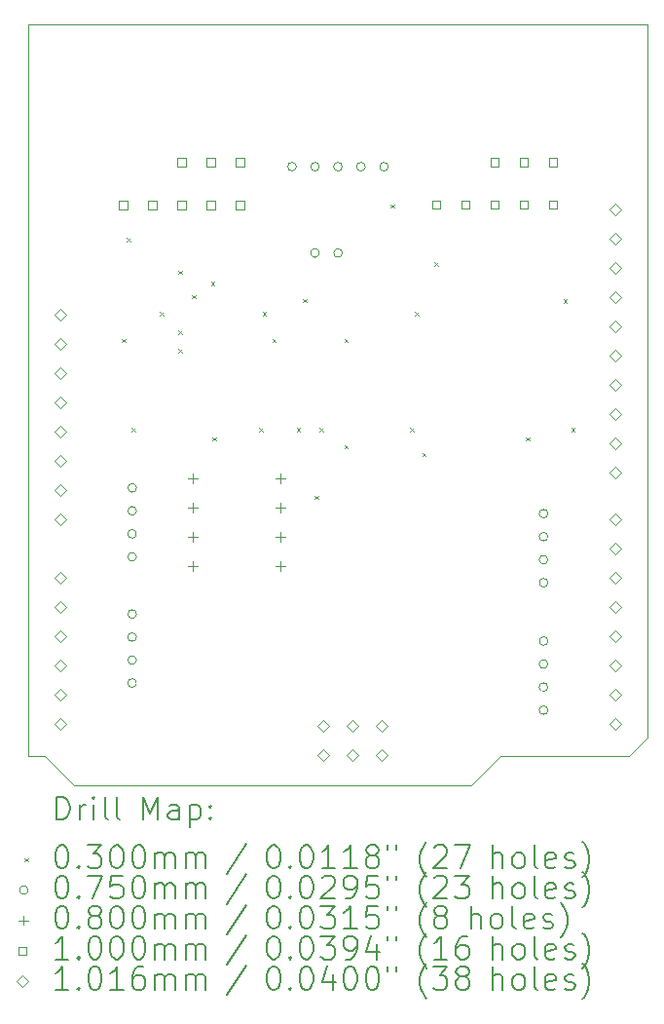
<source format=gbr>
%TF.GenerationSoftware,KiCad,Pcbnew,7.0.0*%
%TF.CreationDate,2023-03-01T21:53:34-08:00*%
%TF.ProjectId,KYBERNETES-CHASSIS-SHIELD,4b594245-524e-4455-9445-532d43484153,rev?*%
%TF.SameCoordinates,Original*%
%TF.FileFunction,Drillmap*%
%TF.FilePolarity,Positive*%
%FSLAX45Y45*%
G04 Gerber Fmt 4.5, Leading zero omitted, Abs format (unit mm)*
G04 Created by KiCad (PCBNEW 7.0.0) date 2023-03-01 21:53:34*
%MOMM*%
%LPD*%
G01*
G04 APERTURE LIST*
%ADD10C,0.100000*%
%ADD11C,0.200000*%
%ADD12C,0.030000*%
%ADD13C,0.075000*%
%ADD14C,0.080000*%
%ADD15C,0.101600*%
G04 APERTURE END LIST*
D10*
X17872500Y-12752500D02*
X17707500Y-12917500D01*
X12867500Y-13157500D02*
X12627500Y-12917500D01*
X17872500Y-7325000D02*
X17872500Y-12752500D01*
X16335000Y-13172500D02*
X12882500Y-13172500D01*
X12487500Y-6561000D02*
X17872500Y-6561000D01*
X17707500Y-12917500D02*
X16590000Y-12917500D01*
X12882500Y-13172500D02*
X12867500Y-13157500D01*
X16590000Y-12917500D02*
X16335000Y-13172500D01*
X12627500Y-12917500D02*
X12487500Y-12917500D01*
X12487500Y-7325000D02*
X12487500Y-6561000D01*
X17872500Y-6561000D02*
X17872500Y-7325000D01*
X12487500Y-7325000D02*
X12487500Y-12917500D01*
D11*
D12*
X13297500Y-9292500D02*
X13327500Y-9322500D01*
X13327500Y-9292500D02*
X13297500Y-9322500D01*
X13340000Y-8412500D02*
X13370000Y-8442500D01*
X13370000Y-8412500D02*
X13340000Y-8442500D01*
X13382500Y-10065000D02*
X13412500Y-10095000D01*
X13412500Y-10065000D02*
X13382500Y-10095000D01*
X13629000Y-9057000D02*
X13659000Y-9087000D01*
X13659000Y-9057000D02*
X13629000Y-9087000D01*
X13787500Y-9217500D02*
X13817500Y-9247500D01*
X13817500Y-9217500D02*
X13787500Y-9247500D01*
X13787500Y-9380000D02*
X13817500Y-9410000D01*
X13817500Y-9380000D02*
X13787500Y-9410000D01*
X13790000Y-8700000D02*
X13820000Y-8730000D01*
X13820000Y-8700000D02*
X13790000Y-8730000D01*
X13910000Y-8910000D02*
X13940000Y-8940000D01*
X13940000Y-8910000D02*
X13910000Y-8940000D01*
X14072500Y-8795000D02*
X14102500Y-8825000D01*
X14102500Y-8795000D02*
X14072500Y-8825000D01*
X14087500Y-10147500D02*
X14117500Y-10177500D01*
X14117500Y-10147500D02*
X14087500Y-10177500D01*
X14490000Y-10067500D02*
X14520000Y-10097500D01*
X14520000Y-10067500D02*
X14490000Y-10097500D01*
X14522500Y-9060000D02*
X14552500Y-9090000D01*
X14552500Y-9060000D02*
X14522500Y-9090000D01*
X14605000Y-9290000D02*
X14635000Y-9320000D01*
X14635000Y-9290000D02*
X14605000Y-9320000D01*
X14817500Y-10067500D02*
X14847500Y-10097500D01*
X14847500Y-10067500D02*
X14817500Y-10097500D01*
X14875000Y-8945000D02*
X14905000Y-8975000D01*
X14905000Y-8945000D02*
X14875000Y-8975000D01*
X14975000Y-10652500D02*
X15005000Y-10682500D01*
X15005000Y-10652500D02*
X14975000Y-10682500D01*
X15017500Y-10065000D02*
X15047500Y-10095000D01*
X15047500Y-10065000D02*
X15017500Y-10095000D01*
X15232500Y-9290000D02*
X15262500Y-9320000D01*
X15262500Y-9290000D02*
X15232500Y-9320000D01*
X15232500Y-10215000D02*
X15262500Y-10245000D01*
X15262500Y-10215000D02*
X15232500Y-10245000D01*
X15637125Y-8122125D02*
X15667125Y-8152125D01*
X15667125Y-8122125D02*
X15637125Y-8152125D01*
X15805000Y-10067500D02*
X15835000Y-10097500D01*
X15835000Y-10067500D02*
X15805000Y-10097500D01*
X15845000Y-9057500D02*
X15875000Y-9087500D01*
X15875000Y-9057500D02*
X15845000Y-9087500D01*
X15910000Y-10282500D02*
X15940000Y-10312500D01*
X15940000Y-10282500D02*
X15910000Y-10312500D01*
X16015000Y-8628000D02*
X16045000Y-8658000D01*
X16045000Y-8628000D02*
X16015000Y-8658000D01*
X16810000Y-10147500D02*
X16840000Y-10177500D01*
X16840000Y-10147500D02*
X16810000Y-10177500D01*
X17137500Y-8950000D02*
X17167500Y-8980000D01*
X17167500Y-8950000D02*
X17137500Y-8980000D01*
X17207500Y-10067500D02*
X17237500Y-10097500D01*
X17237500Y-10067500D02*
X17207500Y-10097500D01*
D13*
X13425000Y-10586000D02*
G75*
G03*
X13425000Y-10586000I-37500J0D01*
G01*
X13425000Y-10786000D02*
G75*
G03*
X13425000Y-10786000I-37500J0D01*
G01*
X13425000Y-10986000D02*
G75*
G03*
X13425000Y-10986000I-37500J0D01*
G01*
X13425000Y-11186000D02*
G75*
G03*
X13425000Y-11186000I-37500J0D01*
G01*
X13425000Y-11682500D02*
G75*
G03*
X13425000Y-11682500I-37500J0D01*
G01*
X13425000Y-11882500D02*
G75*
G03*
X13425000Y-11882500I-37500J0D01*
G01*
X13425000Y-12082500D02*
G75*
G03*
X13425000Y-12082500I-37500J0D01*
G01*
X13425000Y-12282500D02*
G75*
G03*
X13425000Y-12282500I-37500J0D01*
G01*
X14815000Y-7795000D02*
G75*
G03*
X14815000Y-7795000I-37500J0D01*
G01*
X15015000Y-7795000D02*
G75*
G03*
X15015000Y-7795000I-37500J0D01*
G01*
X15015000Y-8545000D02*
G75*
G03*
X15015000Y-8545000I-37500J0D01*
G01*
X15215000Y-7795000D02*
G75*
G03*
X15215000Y-7795000I-37500J0D01*
G01*
X15215000Y-8545000D02*
G75*
G03*
X15215000Y-8545000I-37500J0D01*
G01*
X15415000Y-7795000D02*
G75*
G03*
X15415000Y-7795000I-37500J0D01*
G01*
X15615000Y-7795000D02*
G75*
G03*
X15615000Y-7795000I-37500J0D01*
G01*
X17002500Y-10810000D02*
G75*
G03*
X17002500Y-10810000I-37500J0D01*
G01*
X17002500Y-11010000D02*
G75*
G03*
X17002500Y-11010000I-37500J0D01*
G01*
X17002500Y-11210000D02*
G75*
G03*
X17002500Y-11210000I-37500J0D01*
G01*
X17002500Y-11410000D02*
G75*
G03*
X17002500Y-11410000I-37500J0D01*
G01*
X17002500Y-11917500D02*
G75*
G03*
X17002500Y-11917500I-37500J0D01*
G01*
X17002500Y-12117500D02*
G75*
G03*
X17002500Y-12117500I-37500J0D01*
G01*
X17002500Y-12317500D02*
G75*
G03*
X17002500Y-12317500I-37500J0D01*
G01*
X17002500Y-12517500D02*
G75*
G03*
X17002500Y-12517500I-37500J0D01*
G01*
D14*
X13913000Y-10465500D02*
X13913000Y-10545500D01*
X13873000Y-10505500D02*
X13953000Y-10505500D01*
X13913000Y-10719500D02*
X13913000Y-10799500D01*
X13873000Y-10759500D02*
X13953000Y-10759500D01*
X13913000Y-10973500D02*
X13913000Y-11053500D01*
X13873000Y-11013500D02*
X13953000Y-11013500D01*
X13913000Y-11227500D02*
X13913000Y-11307500D01*
X13873000Y-11267500D02*
X13953000Y-11267500D01*
X14675000Y-10465500D02*
X14675000Y-10545500D01*
X14635000Y-10505500D02*
X14715000Y-10505500D01*
X14675000Y-10719500D02*
X14675000Y-10799500D01*
X14635000Y-10759500D02*
X14715000Y-10759500D01*
X14675000Y-10973500D02*
X14675000Y-11053500D01*
X14635000Y-11013500D02*
X14715000Y-11013500D01*
X14675000Y-11227500D02*
X14675000Y-11307500D01*
X14635000Y-11267500D02*
X14715000Y-11267500D01*
D10*
X13344356Y-8162868D02*
X13344356Y-8092156D01*
X13273644Y-8092156D01*
X13273644Y-8162868D01*
X13344356Y-8162868D01*
X13598356Y-8162868D02*
X13598356Y-8092156D01*
X13527644Y-8092156D01*
X13527644Y-8162868D01*
X13598356Y-8162868D01*
X13852356Y-7792868D02*
X13852356Y-7722156D01*
X13781644Y-7722156D01*
X13781644Y-7792868D01*
X13852356Y-7792868D01*
X13852356Y-8162868D02*
X13852356Y-8092156D01*
X13781644Y-8092156D01*
X13781644Y-8162868D01*
X13852356Y-8162868D01*
X14106356Y-7792868D02*
X14106356Y-7722156D01*
X14035644Y-7722156D01*
X14035644Y-7792868D01*
X14106356Y-7792868D01*
X14106356Y-8162868D02*
X14106356Y-8092156D01*
X14035644Y-8092156D01*
X14035644Y-8162868D01*
X14106356Y-8162868D01*
X14360356Y-7792868D02*
X14360356Y-7722156D01*
X14289644Y-7722156D01*
X14289644Y-7792868D01*
X14360356Y-7792868D01*
X14360356Y-8162868D02*
X14360356Y-8092156D01*
X14289644Y-8092156D01*
X14289644Y-8162868D01*
X14360356Y-8162868D01*
X16066356Y-8160368D02*
X16066356Y-8089656D01*
X15995644Y-8089656D01*
X15995644Y-8160368D01*
X16066356Y-8160368D01*
X16320356Y-8160368D02*
X16320356Y-8089656D01*
X16249644Y-8089656D01*
X16249644Y-8160368D01*
X16320356Y-8160368D01*
X16573856Y-7790368D02*
X16573856Y-7719656D01*
X16503144Y-7719656D01*
X16503144Y-7790368D01*
X16573856Y-7790368D01*
X16574356Y-8160368D02*
X16574356Y-8089656D01*
X16503644Y-8089656D01*
X16503644Y-8160368D01*
X16574356Y-8160368D01*
X16827856Y-7790368D02*
X16827856Y-7719656D01*
X16757144Y-7719656D01*
X16757144Y-7790368D01*
X16827856Y-7790368D01*
X16828356Y-8160368D02*
X16828356Y-8089656D01*
X16757644Y-8089656D01*
X16757644Y-8160368D01*
X16828356Y-8160368D01*
X17081856Y-7790368D02*
X17081856Y-7719656D01*
X17011144Y-7719656D01*
X17011144Y-7790368D01*
X17081856Y-7790368D01*
X17082356Y-8160368D02*
X17082356Y-8089656D01*
X17011644Y-8089656D01*
X17011644Y-8160368D01*
X17082356Y-8160368D01*
D15*
X12767000Y-9132788D02*
X12817800Y-9081988D01*
X12767000Y-9031188D01*
X12716200Y-9081988D01*
X12767000Y-9132788D01*
X12767000Y-9386788D02*
X12817800Y-9335988D01*
X12767000Y-9285188D01*
X12716200Y-9335988D01*
X12767000Y-9386788D01*
X12767000Y-9640788D02*
X12817800Y-9589988D01*
X12767000Y-9539188D01*
X12716200Y-9589988D01*
X12767000Y-9640788D01*
X12767000Y-9894788D02*
X12817800Y-9843988D01*
X12767000Y-9793188D01*
X12716200Y-9843988D01*
X12767000Y-9894788D01*
X12767000Y-10148788D02*
X12817800Y-10097988D01*
X12767000Y-10047188D01*
X12716200Y-10097988D01*
X12767000Y-10148788D01*
X12767000Y-10402788D02*
X12817800Y-10351988D01*
X12767000Y-10301188D01*
X12716200Y-10351988D01*
X12767000Y-10402788D01*
X12767000Y-10656788D02*
X12817800Y-10605988D01*
X12767000Y-10555188D01*
X12716200Y-10605988D01*
X12767000Y-10656788D01*
X12767000Y-10910788D02*
X12817800Y-10859988D01*
X12767000Y-10809188D01*
X12716200Y-10859988D01*
X12767000Y-10910788D01*
X12767000Y-11418788D02*
X12817800Y-11367988D01*
X12767000Y-11317188D01*
X12716200Y-11367988D01*
X12767000Y-11418788D01*
X12767000Y-11672788D02*
X12817800Y-11621988D01*
X12767000Y-11571188D01*
X12716200Y-11621988D01*
X12767000Y-11672788D01*
X12767000Y-11926788D02*
X12817800Y-11875988D01*
X12767000Y-11825188D01*
X12716200Y-11875988D01*
X12767000Y-11926788D01*
X12767000Y-12180788D02*
X12817800Y-12129988D01*
X12767000Y-12079188D01*
X12716200Y-12129988D01*
X12767000Y-12180788D01*
X12767000Y-12434788D02*
X12817800Y-12383988D01*
X12767000Y-12333188D01*
X12716200Y-12383988D01*
X12767000Y-12434788D01*
X12767000Y-12688788D02*
X12817800Y-12637988D01*
X12767000Y-12587188D01*
X12716200Y-12637988D01*
X12767000Y-12688788D01*
X15053000Y-12701488D02*
X15103800Y-12650688D01*
X15053000Y-12599888D01*
X15002200Y-12650688D01*
X15053000Y-12701488D01*
X15053000Y-12955488D02*
X15103800Y-12904688D01*
X15053000Y-12853888D01*
X15002200Y-12904688D01*
X15053000Y-12955488D01*
X15307000Y-12701488D02*
X15357800Y-12650688D01*
X15307000Y-12599888D01*
X15256200Y-12650688D01*
X15307000Y-12701488D01*
X15307000Y-12955488D02*
X15357800Y-12904688D01*
X15307000Y-12853888D01*
X15256200Y-12904688D01*
X15307000Y-12955488D01*
X15561000Y-12701488D02*
X15611800Y-12650688D01*
X15561000Y-12599888D01*
X15510200Y-12650688D01*
X15561000Y-12701488D01*
X15561000Y-12955488D02*
X15611800Y-12904688D01*
X15561000Y-12853888D01*
X15510200Y-12904688D01*
X15561000Y-12955488D01*
X17593000Y-8218388D02*
X17643800Y-8167588D01*
X17593000Y-8116788D01*
X17542200Y-8167588D01*
X17593000Y-8218388D01*
X17593000Y-8472388D02*
X17643800Y-8421588D01*
X17593000Y-8370788D01*
X17542200Y-8421588D01*
X17593000Y-8472388D01*
X17593000Y-8726388D02*
X17643800Y-8675588D01*
X17593000Y-8624788D01*
X17542200Y-8675588D01*
X17593000Y-8726388D01*
X17593000Y-8980388D02*
X17643800Y-8929588D01*
X17593000Y-8878788D01*
X17542200Y-8929588D01*
X17593000Y-8980388D01*
X17593000Y-9234388D02*
X17643800Y-9183588D01*
X17593000Y-9132788D01*
X17542200Y-9183588D01*
X17593000Y-9234388D01*
X17593000Y-9488388D02*
X17643800Y-9437588D01*
X17593000Y-9386788D01*
X17542200Y-9437588D01*
X17593000Y-9488388D01*
X17593000Y-9742388D02*
X17643800Y-9691588D01*
X17593000Y-9640788D01*
X17542200Y-9691588D01*
X17593000Y-9742388D01*
X17593000Y-9996388D02*
X17643800Y-9945588D01*
X17593000Y-9894788D01*
X17542200Y-9945588D01*
X17593000Y-9996388D01*
X17593000Y-10250388D02*
X17643800Y-10199588D01*
X17593000Y-10148788D01*
X17542200Y-10199588D01*
X17593000Y-10250388D01*
X17593000Y-10504388D02*
X17643800Y-10453588D01*
X17593000Y-10402788D01*
X17542200Y-10453588D01*
X17593000Y-10504388D01*
X17593000Y-10910788D02*
X17643800Y-10859988D01*
X17593000Y-10809188D01*
X17542200Y-10859988D01*
X17593000Y-10910788D01*
X17593000Y-11164788D02*
X17643800Y-11113988D01*
X17593000Y-11063188D01*
X17542200Y-11113988D01*
X17593000Y-11164788D01*
X17593000Y-11418788D02*
X17643800Y-11367988D01*
X17593000Y-11317188D01*
X17542200Y-11367988D01*
X17593000Y-11418788D01*
X17593000Y-11672788D02*
X17643800Y-11621988D01*
X17593000Y-11571188D01*
X17542200Y-11621988D01*
X17593000Y-11672788D01*
X17593000Y-11926788D02*
X17643800Y-11875988D01*
X17593000Y-11825188D01*
X17542200Y-11875988D01*
X17593000Y-11926788D01*
X17593000Y-12180788D02*
X17643800Y-12129988D01*
X17593000Y-12079188D01*
X17542200Y-12129988D01*
X17593000Y-12180788D01*
X17593000Y-12434788D02*
X17643800Y-12383988D01*
X17593000Y-12333188D01*
X17542200Y-12383988D01*
X17593000Y-12434788D01*
X17593000Y-12688788D02*
X17643800Y-12637988D01*
X17593000Y-12587188D01*
X17542200Y-12637988D01*
X17593000Y-12688788D01*
D11*
X12730119Y-13470976D02*
X12730119Y-13270976D01*
X12730119Y-13270976D02*
X12777738Y-13270976D01*
X12777738Y-13270976D02*
X12806309Y-13280500D01*
X12806309Y-13280500D02*
X12825357Y-13299548D01*
X12825357Y-13299548D02*
X12834881Y-13318595D01*
X12834881Y-13318595D02*
X12844405Y-13356690D01*
X12844405Y-13356690D02*
X12844405Y-13385262D01*
X12844405Y-13385262D02*
X12834881Y-13423357D01*
X12834881Y-13423357D02*
X12825357Y-13442405D01*
X12825357Y-13442405D02*
X12806309Y-13461452D01*
X12806309Y-13461452D02*
X12777738Y-13470976D01*
X12777738Y-13470976D02*
X12730119Y-13470976D01*
X12930119Y-13470976D02*
X12930119Y-13337643D01*
X12930119Y-13375738D02*
X12939643Y-13356690D01*
X12939643Y-13356690D02*
X12949167Y-13347167D01*
X12949167Y-13347167D02*
X12968214Y-13337643D01*
X12968214Y-13337643D02*
X12987262Y-13337643D01*
X13053928Y-13470976D02*
X13053928Y-13337643D01*
X13053928Y-13270976D02*
X13044405Y-13280500D01*
X13044405Y-13280500D02*
X13053928Y-13290024D01*
X13053928Y-13290024D02*
X13063452Y-13280500D01*
X13063452Y-13280500D02*
X13053928Y-13270976D01*
X13053928Y-13270976D02*
X13053928Y-13290024D01*
X13177738Y-13470976D02*
X13158690Y-13461452D01*
X13158690Y-13461452D02*
X13149167Y-13442405D01*
X13149167Y-13442405D02*
X13149167Y-13270976D01*
X13282500Y-13470976D02*
X13263452Y-13461452D01*
X13263452Y-13461452D02*
X13253928Y-13442405D01*
X13253928Y-13442405D02*
X13253928Y-13270976D01*
X13478690Y-13470976D02*
X13478690Y-13270976D01*
X13478690Y-13270976D02*
X13545357Y-13413833D01*
X13545357Y-13413833D02*
X13612024Y-13270976D01*
X13612024Y-13270976D02*
X13612024Y-13470976D01*
X13792976Y-13470976D02*
X13792976Y-13366214D01*
X13792976Y-13366214D02*
X13783452Y-13347167D01*
X13783452Y-13347167D02*
X13764405Y-13337643D01*
X13764405Y-13337643D02*
X13726309Y-13337643D01*
X13726309Y-13337643D02*
X13707262Y-13347167D01*
X13792976Y-13461452D02*
X13773928Y-13470976D01*
X13773928Y-13470976D02*
X13726309Y-13470976D01*
X13726309Y-13470976D02*
X13707262Y-13461452D01*
X13707262Y-13461452D02*
X13697738Y-13442405D01*
X13697738Y-13442405D02*
X13697738Y-13423357D01*
X13697738Y-13423357D02*
X13707262Y-13404309D01*
X13707262Y-13404309D02*
X13726309Y-13394786D01*
X13726309Y-13394786D02*
X13773928Y-13394786D01*
X13773928Y-13394786D02*
X13792976Y-13385262D01*
X13888214Y-13337643D02*
X13888214Y-13537643D01*
X13888214Y-13347167D02*
X13907262Y-13337643D01*
X13907262Y-13337643D02*
X13945357Y-13337643D01*
X13945357Y-13337643D02*
X13964405Y-13347167D01*
X13964405Y-13347167D02*
X13973928Y-13356690D01*
X13973928Y-13356690D02*
X13983452Y-13375738D01*
X13983452Y-13375738D02*
X13983452Y-13432881D01*
X13983452Y-13432881D02*
X13973928Y-13451928D01*
X13973928Y-13451928D02*
X13964405Y-13461452D01*
X13964405Y-13461452D02*
X13945357Y-13470976D01*
X13945357Y-13470976D02*
X13907262Y-13470976D01*
X13907262Y-13470976D02*
X13888214Y-13461452D01*
X14069167Y-13451928D02*
X14078690Y-13461452D01*
X14078690Y-13461452D02*
X14069167Y-13470976D01*
X14069167Y-13470976D02*
X14059643Y-13461452D01*
X14059643Y-13461452D02*
X14069167Y-13451928D01*
X14069167Y-13451928D02*
X14069167Y-13470976D01*
X14069167Y-13347167D02*
X14078690Y-13356690D01*
X14078690Y-13356690D02*
X14069167Y-13366214D01*
X14069167Y-13366214D02*
X14059643Y-13356690D01*
X14059643Y-13356690D02*
X14069167Y-13347167D01*
X14069167Y-13347167D02*
X14069167Y-13366214D01*
D12*
X12452500Y-13802500D02*
X12482500Y-13832500D01*
X12482500Y-13802500D02*
X12452500Y-13832500D01*
D11*
X12768214Y-13690976D02*
X12787262Y-13690976D01*
X12787262Y-13690976D02*
X12806309Y-13700500D01*
X12806309Y-13700500D02*
X12815833Y-13710024D01*
X12815833Y-13710024D02*
X12825357Y-13729071D01*
X12825357Y-13729071D02*
X12834881Y-13767167D01*
X12834881Y-13767167D02*
X12834881Y-13814786D01*
X12834881Y-13814786D02*
X12825357Y-13852881D01*
X12825357Y-13852881D02*
X12815833Y-13871928D01*
X12815833Y-13871928D02*
X12806309Y-13881452D01*
X12806309Y-13881452D02*
X12787262Y-13890976D01*
X12787262Y-13890976D02*
X12768214Y-13890976D01*
X12768214Y-13890976D02*
X12749167Y-13881452D01*
X12749167Y-13881452D02*
X12739643Y-13871928D01*
X12739643Y-13871928D02*
X12730119Y-13852881D01*
X12730119Y-13852881D02*
X12720595Y-13814786D01*
X12720595Y-13814786D02*
X12720595Y-13767167D01*
X12720595Y-13767167D02*
X12730119Y-13729071D01*
X12730119Y-13729071D02*
X12739643Y-13710024D01*
X12739643Y-13710024D02*
X12749167Y-13700500D01*
X12749167Y-13700500D02*
X12768214Y-13690976D01*
X12920595Y-13871928D02*
X12930119Y-13881452D01*
X12930119Y-13881452D02*
X12920595Y-13890976D01*
X12920595Y-13890976D02*
X12911071Y-13881452D01*
X12911071Y-13881452D02*
X12920595Y-13871928D01*
X12920595Y-13871928D02*
X12920595Y-13890976D01*
X12996786Y-13690976D02*
X13120595Y-13690976D01*
X13120595Y-13690976D02*
X13053928Y-13767167D01*
X13053928Y-13767167D02*
X13082500Y-13767167D01*
X13082500Y-13767167D02*
X13101548Y-13776690D01*
X13101548Y-13776690D02*
X13111071Y-13786214D01*
X13111071Y-13786214D02*
X13120595Y-13805262D01*
X13120595Y-13805262D02*
X13120595Y-13852881D01*
X13120595Y-13852881D02*
X13111071Y-13871928D01*
X13111071Y-13871928D02*
X13101548Y-13881452D01*
X13101548Y-13881452D02*
X13082500Y-13890976D01*
X13082500Y-13890976D02*
X13025357Y-13890976D01*
X13025357Y-13890976D02*
X13006309Y-13881452D01*
X13006309Y-13881452D02*
X12996786Y-13871928D01*
X13244405Y-13690976D02*
X13263452Y-13690976D01*
X13263452Y-13690976D02*
X13282500Y-13700500D01*
X13282500Y-13700500D02*
X13292024Y-13710024D01*
X13292024Y-13710024D02*
X13301548Y-13729071D01*
X13301548Y-13729071D02*
X13311071Y-13767167D01*
X13311071Y-13767167D02*
X13311071Y-13814786D01*
X13311071Y-13814786D02*
X13301548Y-13852881D01*
X13301548Y-13852881D02*
X13292024Y-13871928D01*
X13292024Y-13871928D02*
X13282500Y-13881452D01*
X13282500Y-13881452D02*
X13263452Y-13890976D01*
X13263452Y-13890976D02*
X13244405Y-13890976D01*
X13244405Y-13890976D02*
X13225357Y-13881452D01*
X13225357Y-13881452D02*
X13215833Y-13871928D01*
X13215833Y-13871928D02*
X13206309Y-13852881D01*
X13206309Y-13852881D02*
X13196786Y-13814786D01*
X13196786Y-13814786D02*
X13196786Y-13767167D01*
X13196786Y-13767167D02*
X13206309Y-13729071D01*
X13206309Y-13729071D02*
X13215833Y-13710024D01*
X13215833Y-13710024D02*
X13225357Y-13700500D01*
X13225357Y-13700500D02*
X13244405Y-13690976D01*
X13434881Y-13690976D02*
X13453929Y-13690976D01*
X13453929Y-13690976D02*
X13472976Y-13700500D01*
X13472976Y-13700500D02*
X13482500Y-13710024D01*
X13482500Y-13710024D02*
X13492024Y-13729071D01*
X13492024Y-13729071D02*
X13501548Y-13767167D01*
X13501548Y-13767167D02*
X13501548Y-13814786D01*
X13501548Y-13814786D02*
X13492024Y-13852881D01*
X13492024Y-13852881D02*
X13482500Y-13871928D01*
X13482500Y-13871928D02*
X13472976Y-13881452D01*
X13472976Y-13881452D02*
X13453929Y-13890976D01*
X13453929Y-13890976D02*
X13434881Y-13890976D01*
X13434881Y-13890976D02*
X13415833Y-13881452D01*
X13415833Y-13881452D02*
X13406309Y-13871928D01*
X13406309Y-13871928D02*
X13396786Y-13852881D01*
X13396786Y-13852881D02*
X13387262Y-13814786D01*
X13387262Y-13814786D02*
X13387262Y-13767167D01*
X13387262Y-13767167D02*
X13396786Y-13729071D01*
X13396786Y-13729071D02*
X13406309Y-13710024D01*
X13406309Y-13710024D02*
X13415833Y-13700500D01*
X13415833Y-13700500D02*
X13434881Y-13690976D01*
X13587262Y-13890976D02*
X13587262Y-13757643D01*
X13587262Y-13776690D02*
X13596786Y-13767167D01*
X13596786Y-13767167D02*
X13615833Y-13757643D01*
X13615833Y-13757643D02*
X13644405Y-13757643D01*
X13644405Y-13757643D02*
X13663452Y-13767167D01*
X13663452Y-13767167D02*
X13672976Y-13786214D01*
X13672976Y-13786214D02*
X13672976Y-13890976D01*
X13672976Y-13786214D02*
X13682500Y-13767167D01*
X13682500Y-13767167D02*
X13701548Y-13757643D01*
X13701548Y-13757643D02*
X13730119Y-13757643D01*
X13730119Y-13757643D02*
X13749167Y-13767167D01*
X13749167Y-13767167D02*
X13758690Y-13786214D01*
X13758690Y-13786214D02*
X13758690Y-13890976D01*
X13853929Y-13890976D02*
X13853929Y-13757643D01*
X13853929Y-13776690D02*
X13863452Y-13767167D01*
X13863452Y-13767167D02*
X13882500Y-13757643D01*
X13882500Y-13757643D02*
X13911071Y-13757643D01*
X13911071Y-13757643D02*
X13930119Y-13767167D01*
X13930119Y-13767167D02*
X13939643Y-13786214D01*
X13939643Y-13786214D02*
X13939643Y-13890976D01*
X13939643Y-13786214D02*
X13949167Y-13767167D01*
X13949167Y-13767167D02*
X13968214Y-13757643D01*
X13968214Y-13757643D02*
X13996786Y-13757643D01*
X13996786Y-13757643D02*
X14015833Y-13767167D01*
X14015833Y-13767167D02*
X14025357Y-13786214D01*
X14025357Y-13786214D02*
X14025357Y-13890976D01*
X14383452Y-13681452D02*
X14212024Y-13938595D01*
X14608214Y-13690976D02*
X14627262Y-13690976D01*
X14627262Y-13690976D02*
X14646310Y-13700500D01*
X14646310Y-13700500D02*
X14655833Y-13710024D01*
X14655833Y-13710024D02*
X14665357Y-13729071D01*
X14665357Y-13729071D02*
X14674881Y-13767167D01*
X14674881Y-13767167D02*
X14674881Y-13814786D01*
X14674881Y-13814786D02*
X14665357Y-13852881D01*
X14665357Y-13852881D02*
X14655833Y-13871928D01*
X14655833Y-13871928D02*
X14646310Y-13881452D01*
X14646310Y-13881452D02*
X14627262Y-13890976D01*
X14627262Y-13890976D02*
X14608214Y-13890976D01*
X14608214Y-13890976D02*
X14589167Y-13881452D01*
X14589167Y-13881452D02*
X14579643Y-13871928D01*
X14579643Y-13871928D02*
X14570119Y-13852881D01*
X14570119Y-13852881D02*
X14560595Y-13814786D01*
X14560595Y-13814786D02*
X14560595Y-13767167D01*
X14560595Y-13767167D02*
X14570119Y-13729071D01*
X14570119Y-13729071D02*
X14579643Y-13710024D01*
X14579643Y-13710024D02*
X14589167Y-13700500D01*
X14589167Y-13700500D02*
X14608214Y-13690976D01*
X14760595Y-13871928D02*
X14770119Y-13881452D01*
X14770119Y-13881452D02*
X14760595Y-13890976D01*
X14760595Y-13890976D02*
X14751071Y-13881452D01*
X14751071Y-13881452D02*
X14760595Y-13871928D01*
X14760595Y-13871928D02*
X14760595Y-13890976D01*
X14893929Y-13690976D02*
X14912976Y-13690976D01*
X14912976Y-13690976D02*
X14932024Y-13700500D01*
X14932024Y-13700500D02*
X14941548Y-13710024D01*
X14941548Y-13710024D02*
X14951071Y-13729071D01*
X14951071Y-13729071D02*
X14960595Y-13767167D01*
X14960595Y-13767167D02*
X14960595Y-13814786D01*
X14960595Y-13814786D02*
X14951071Y-13852881D01*
X14951071Y-13852881D02*
X14941548Y-13871928D01*
X14941548Y-13871928D02*
X14932024Y-13881452D01*
X14932024Y-13881452D02*
X14912976Y-13890976D01*
X14912976Y-13890976D02*
X14893929Y-13890976D01*
X14893929Y-13890976D02*
X14874881Y-13881452D01*
X14874881Y-13881452D02*
X14865357Y-13871928D01*
X14865357Y-13871928D02*
X14855833Y-13852881D01*
X14855833Y-13852881D02*
X14846310Y-13814786D01*
X14846310Y-13814786D02*
X14846310Y-13767167D01*
X14846310Y-13767167D02*
X14855833Y-13729071D01*
X14855833Y-13729071D02*
X14865357Y-13710024D01*
X14865357Y-13710024D02*
X14874881Y-13700500D01*
X14874881Y-13700500D02*
X14893929Y-13690976D01*
X15151071Y-13890976D02*
X15036786Y-13890976D01*
X15093929Y-13890976D02*
X15093929Y-13690976D01*
X15093929Y-13690976D02*
X15074881Y-13719548D01*
X15074881Y-13719548D02*
X15055833Y-13738595D01*
X15055833Y-13738595D02*
X15036786Y-13748119D01*
X15341548Y-13890976D02*
X15227262Y-13890976D01*
X15284405Y-13890976D02*
X15284405Y-13690976D01*
X15284405Y-13690976D02*
X15265357Y-13719548D01*
X15265357Y-13719548D02*
X15246310Y-13738595D01*
X15246310Y-13738595D02*
X15227262Y-13748119D01*
X15455833Y-13776690D02*
X15436786Y-13767167D01*
X15436786Y-13767167D02*
X15427262Y-13757643D01*
X15427262Y-13757643D02*
X15417738Y-13738595D01*
X15417738Y-13738595D02*
X15417738Y-13729071D01*
X15417738Y-13729071D02*
X15427262Y-13710024D01*
X15427262Y-13710024D02*
X15436786Y-13700500D01*
X15436786Y-13700500D02*
X15455833Y-13690976D01*
X15455833Y-13690976D02*
X15493929Y-13690976D01*
X15493929Y-13690976D02*
X15512976Y-13700500D01*
X15512976Y-13700500D02*
X15522500Y-13710024D01*
X15522500Y-13710024D02*
X15532024Y-13729071D01*
X15532024Y-13729071D02*
X15532024Y-13738595D01*
X15532024Y-13738595D02*
X15522500Y-13757643D01*
X15522500Y-13757643D02*
X15512976Y-13767167D01*
X15512976Y-13767167D02*
X15493929Y-13776690D01*
X15493929Y-13776690D02*
X15455833Y-13776690D01*
X15455833Y-13776690D02*
X15436786Y-13786214D01*
X15436786Y-13786214D02*
X15427262Y-13795738D01*
X15427262Y-13795738D02*
X15417738Y-13814786D01*
X15417738Y-13814786D02*
X15417738Y-13852881D01*
X15417738Y-13852881D02*
X15427262Y-13871928D01*
X15427262Y-13871928D02*
X15436786Y-13881452D01*
X15436786Y-13881452D02*
X15455833Y-13890976D01*
X15455833Y-13890976D02*
X15493929Y-13890976D01*
X15493929Y-13890976D02*
X15512976Y-13881452D01*
X15512976Y-13881452D02*
X15522500Y-13871928D01*
X15522500Y-13871928D02*
X15532024Y-13852881D01*
X15532024Y-13852881D02*
X15532024Y-13814786D01*
X15532024Y-13814786D02*
X15522500Y-13795738D01*
X15522500Y-13795738D02*
X15512976Y-13786214D01*
X15512976Y-13786214D02*
X15493929Y-13776690D01*
X15608214Y-13690976D02*
X15608214Y-13729071D01*
X15684405Y-13690976D02*
X15684405Y-13729071D01*
X15947262Y-13967167D02*
X15937738Y-13957643D01*
X15937738Y-13957643D02*
X15918691Y-13929071D01*
X15918691Y-13929071D02*
X15909167Y-13910024D01*
X15909167Y-13910024D02*
X15899643Y-13881452D01*
X15899643Y-13881452D02*
X15890119Y-13833833D01*
X15890119Y-13833833D02*
X15890119Y-13795738D01*
X15890119Y-13795738D02*
X15899643Y-13748119D01*
X15899643Y-13748119D02*
X15909167Y-13719548D01*
X15909167Y-13719548D02*
X15918691Y-13700500D01*
X15918691Y-13700500D02*
X15937738Y-13671928D01*
X15937738Y-13671928D02*
X15947262Y-13662405D01*
X16013929Y-13710024D02*
X16023452Y-13700500D01*
X16023452Y-13700500D02*
X16042500Y-13690976D01*
X16042500Y-13690976D02*
X16090119Y-13690976D01*
X16090119Y-13690976D02*
X16109167Y-13700500D01*
X16109167Y-13700500D02*
X16118691Y-13710024D01*
X16118691Y-13710024D02*
X16128214Y-13729071D01*
X16128214Y-13729071D02*
X16128214Y-13748119D01*
X16128214Y-13748119D02*
X16118691Y-13776690D01*
X16118691Y-13776690D02*
X16004405Y-13890976D01*
X16004405Y-13890976D02*
X16128214Y-13890976D01*
X16194881Y-13690976D02*
X16328214Y-13690976D01*
X16328214Y-13690976D02*
X16242500Y-13890976D01*
X16524405Y-13890976D02*
X16524405Y-13690976D01*
X16610119Y-13890976D02*
X16610119Y-13786214D01*
X16610119Y-13786214D02*
X16600595Y-13767167D01*
X16600595Y-13767167D02*
X16581548Y-13757643D01*
X16581548Y-13757643D02*
X16552976Y-13757643D01*
X16552976Y-13757643D02*
X16533929Y-13767167D01*
X16533929Y-13767167D02*
X16524405Y-13776690D01*
X16733929Y-13890976D02*
X16714881Y-13881452D01*
X16714881Y-13881452D02*
X16705357Y-13871928D01*
X16705357Y-13871928D02*
X16695833Y-13852881D01*
X16695833Y-13852881D02*
X16695833Y-13795738D01*
X16695833Y-13795738D02*
X16705357Y-13776690D01*
X16705357Y-13776690D02*
X16714881Y-13767167D01*
X16714881Y-13767167D02*
X16733929Y-13757643D01*
X16733929Y-13757643D02*
X16762500Y-13757643D01*
X16762500Y-13757643D02*
X16781548Y-13767167D01*
X16781548Y-13767167D02*
X16791072Y-13776690D01*
X16791072Y-13776690D02*
X16800595Y-13795738D01*
X16800595Y-13795738D02*
X16800595Y-13852881D01*
X16800595Y-13852881D02*
X16791072Y-13871928D01*
X16791072Y-13871928D02*
X16781548Y-13881452D01*
X16781548Y-13881452D02*
X16762500Y-13890976D01*
X16762500Y-13890976D02*
X16733929Y-13890976D01*
X16914881Y-13890976D02*
X16895834Y-13881452D01*
X16895834Y-13881452D02*
X16886310Y-13862405D01*
X16886310Y-13862405D02*
X16886310Y-13690976D01*
X17067262Y-13881452D02*
X17048215Y-13890976D01*
X17048215Y-13890976D02*
X17010119Y-13890976D01*
X17010119Y-13890976D02*
X16991072Y-13881452D01*
X16991072Y-13881452D02*
X16981548Y-13862405D01*
X16981548Y-13862405D02*
X16981548Y-13786214D01*
X16981548Y-13786214D02*
X16991072Y-13767167D01*
X16991072Y-13767167D02*
X17010119Y-13757643D01*
X17010119Y-13757643D02*
X17048215Y-13757643D01*
X17048215Y-13757643D02*
X17067262Y-13767167D01*
X17067262Y-13767167D02*
X17076786Y-13786214D01*
X17076786Y-13786214D02*
X17076786Y-13805262D01*
X17076786Y-13805262D02*
X16981548Y-13824309D01*
X17152976Y-13881452D02*
X17172024Y-13890976D01*
X17172024Y-13890976D02*
X17210119Y-13890976D01*
X17210119Y-13890976D02*
X17229167Y-13881452D01*
X17229167Y-13881452D02*
X17238691Y-13862405D01*
X17238691Y-13862405D02*
X17238691Y-13852881D01*
X17238691Y-13852881D02*
X17229167Y-13833833D01*
X17229167Y-13833833D02*
X17210119Y-13824309D01*
X17210119Y-13824309D02*
X17181548Y-13824309D01*
X17181548Y-13824309D02*
X17162500Y-13814786D01*
X17162500Y-13814786D02*
X17152976Y-13795738D01*
X17152976Y-13795738D02*
X17152976Y-13786214D01*
X17152976Y-13786214D02*
X17162500Y-13767167D01*
X17162500Y-13767167D02*
X17181548Y-13757643D01*
X17181548Y-13757643D02*
X17210119Y-13757643D01*
X17210119Y-13757643D02*
X17229167Y-13767167D01*
X17305357Y-13967167D02*
X17314881Y-13957643D01*
X17314881Y-13957643D02*
X17333929Y-13929071D01*
X17333929Y-13929071D02*
X17343453Y-13910024D01*
X17343453Y-13910024D02*
X17352976Y-13881452D01*
X17352976Y-13881452D02*
X17362500Y-13833833D01*
X17362500Y-13833833D02*
X17362500Y-13795738D01*
X17362500Y-13795738D02*
X17352976Y-13748119D01*
X17352976Y-13748119D02*
X17343453Y-13719548D01*
X17343453Y-13719548D02*
X17333929Y-13700500D01*
X17333929Y-13700500D02*
X17314881Y-13671928D01*
X17314881Y-13671928D02*
X17305357Y-13662405D01*
D13*
X12482500Y-14081500D02*
G75*
G03*
X12482500Y-14081500I-37500J0D01*
G01*
D11*
X12768214Y-13954976D02*
X12787262Y-13954976D01*
X12787262Y-13954976D02*
X12806309Y-13964500D01*
X12806309Y-13964500D02*
X12815833Y-13974024D01*
X12815833Y-13974024D02*
X12825357Y-13993071D01*
X12825357Y-13993071D02*
X12834881Y-14031167D01*
X12834881Y-14031167D02*
X12834881Y-14078786D01*
X12834881Y-14078786D02*
X12825357Y-14116881D01*
X12825357Y-14116881D02*
X12815833Y-14135928D01*
X12815833Y-14135928D02*
X12806309Y-14145452D01*
X12806309Y-14145452D02*
X12787262Y-14154976D01*
X12787262Y-14154976D02*
X12768214Y-14154976D01*
X12768214Y-14154976D02*
X12749167Y-14145452D01*
X12749167Y-14145452D02*
X12739643Y-14135928D01*
X12739643Y-14135928D02*
X12730119Y-14116881D01*
X12730119Y-14116881D02*
X12720595Y-14078786D01*
X12720595Y-14078786D02*
X12720595Y-14031167D01*
X12720595Y-14031167D02*
X12730119Y-13993071D01*
X12730119Y-13993071D02*
X12739643Y-13974024D01*
X12739643Y-13974024D02*
X12749167Y-13964500D01*
X12749167Y-13964500D02*
X12768214Y-13954976D01*
X12920595Y-14135928D02*
X12930119Y-14145452D01*
X12930119Y-14145452D02*
X12920595Y-14154976D01*
X12920595Y-14154976D02*
X12911071Y-14145452D01*
X12911071Y-14145452D02*
X12920595Y-14135928D01*
X12920595Y-14135928D02*
X12920595Y-14154976D01*
X12996786Y-13954976D02*
X13130119Y-13954976D01*
X13130119Y-13954976D02*
X13044405Y-14154976D01*
X13301548Y-13954976D02*
X13206309Y-13954976D01*
X13206309Y-13954976D02*
X13196786Y-14050214D01*
X13196786Y-14050214D02*
X13206309Y-14040690D01*
X13206309Y-14040690D02*
X13225357Y-14031167D01*
X13225357Y-14031167D02*
X13272976Y-14031167D01*
X13272976Y-14031167D02*
X13292024Y-14040690D01*
X13292024Y-14040690D02*
X13301548Y-14050214D01*
X13301548Y-14050214D02*
X13311071Y-14069262D01*
X13311071Y-14069262D02*
X13311071Y-14116881D01*
X13311071Y-14116881D02*
X13301548Y-14135928D01*
X13301548Y-14135928D02*
X13292024Y-14145452D01*
X13292024Y-14145452D02*
X13272976Y-14154976D01*
X13272976Y-14154976D02*
X13225357Y-14154976D01*
X13225357Y-14154976D02*
X13206309Y-14145452D01*
X13206309Y-14145452D02*
X13196786Y-14135928D01*
X13434881Y-13954976D02*
X13453929Y-13954976D01*
X13453929Y-13954976D02*
X13472976Y-13964500D01*
X13472976Y-13964500D02*
X13482500Y-13974024D01*
X13482500Y-13974024D02*
X13492024Y-13993071D01*
X13492024Y-13993071D02*
X13501548Y-14031167D01*
X13501548Y-14031167D02*
X13501548Y-14078786D01*
X13501548Y-14078786D02*
X13492024Y-14116881D01*
X13492024Y-14116881D02*
X13482500Y-14135928D01*
X13482500Y-14135928D02*
X13472976Y-14145452D01*
X13472976Y-14145452D02*
X13453929Y-14154976D01*
X13453929Y-14154976D02*
X13434881Y-14154976D01*
X13434881Y-14154976D02*
X13415833Y-14145452D01*
X13415833Y-14145452D02*
X13406309Y-14135928D01*
X13406309Y-14135928D02*
X13396786Y-14116881D01*
X13396786Y-14116881D02*
X13387262Y-14078786D01*
X13387262Y-14078786D02*
X13387262Y-14031167D01*
X13387262Y-14031167D02*
X13396786Y-13993071D01*
X13396786Y-13993071D02*
X13406309Y-13974024D01*
X13406309Y-13974024D02*
X13415833Y-13964500D01*
X13415833Y-13964500D02*
X13434881Y-13954976D01*
X13587262Y-14154976D02*
X13587262Y-14021643D01*
X13587262Y-14040690D02*
X13596786Y-14031167D01*
X13596786Y-14031167D02*
X13615833Y-14021643D01*
X13615833Y-14021643D02*
X13644405Y-14021643D01*
X13644405Y-14021643D02*
X13663452Y-14031167D01*
X13663452Y-14031167D02*
X13672976Y-14050214D01*
X13672976Y-14050214D02*
X13672976Y-14154976D01*
X13672976Y-14050214D02*
X13682500Y-14031167D01*
X13682500Y-14031167D02*
X13701548Y-14021643D01*
X13701548Y-14021643D02*
X13730119Y-14021643D01*
X13730119Y-14021643D02*
X13749167Y-14031167D01*
X13749167Y-14031167D02*
X13758690Y-14050214D01*
X13758690Y-14050214D02*
X13758690Y-14154976D01*
X13853929Y-14154976D02*
X13853929Y-14021643D01*
X13853929Y-14040690D02*
X13863452Y-14031167D01*
X13863452Y-14031167D02*
X13882500Y-14021643D01*
X13882500Y-14021643D02*
X13911071Y-14021643D01*
X13911071Y-14021643D02*
X13930119Y-14031167D01*
X13930119Y-14031167D02*
X13939643Y-14050214D01*
X13939643Y-14050214D02*
X13939643Y-14154976D01*
X13939643Y-14050214D02*
X13949167Y-14031167D01*
X13949167Y-14031167D02*
X13968214Y-14021643D01*
X13968214Y-14021643D02*
X13996786Y-14021643D01*
X13996786Y-14021643D02*
X14015833Y-14031167D01*
X14015833Y-14031167D02*
X14025357Y-14050214D01*
X14025357Y-14050214D02*
X14025357Y-14154976D01*
X14383452Y-13945452D02*
X14212024Y-14202595D01*
X14608214Y-13954976D02*
X14627262Y-13954976D01*
X14627262Y-13954976D02*
X14646310Y-13964500D01*
X14646310Y-13964500D02*
X14655833Y-13974024D01*
X14655833Y-13974024D02*
X14665357Y-13993071D01*
X14665357Y-13993071D02*
X14674881Y-14031167D01*
X14674881Y-14031167D02*
X14674881Y-14078786D01*
X14674881Y-14078786D02*
X14665357Y-14116881D01*
X14665357Y-14116881D02*
X14655833Y-14135928D01*
X14655833Y-14135928D02*
X14646310Y-14145452D01*
X14646310Y-14145452D02*
X14627262Y-14154976D01*
X14627262Y-14154976D02*
X14608214Y-14154976D01*
X14608214Y-14154976D02*
X14589167Y-14145452D01*
X14589167Y-14145452D02*
X14579643Y-14135928D01*
X14579643Y-14135928D02*
X14570119Y-14116881D01*
X14570119Y-14116881D02*
X14560595Y-14078786D01*
X14560595Y-14078786D02*
X14560595Y-14031167D01*
X14560595Y-14031167D02*
X14570119Y-13993071D01*
X14570119Y-13993071D02*
X14579643Y-13974024D01*
X14579643Y-13974024D02*
X14589167Y-13964500D01*
X14589167Y-13964500D02*
X14608214Y-13954976D01*
X14760595Y-14135928D02*
X14770119Y-14145452D01*
X14770119Y-14145452D02*
X14760595Y-14154976D01*
X14760595Y-14154976D02*
X14751071Y-14145452D01*
X14751071Y-14145452D02*
X14760595Y-14135928D01*
X14760595Y-14135928D02*
X14760595Y-14154976D01*
X14893929Y-13954976D02*
X14912976Y-13954976D01*
X14912976Y-13954976D02*
X14932024Y-13964500D01*
X14932024Y-13964500D02*
X14941548Y-13974024D01*
X14941548Y-13974024D02*
X14951071Y-13993071D01*
X14951071Y-13993071D02*
X14960595Y-14031167D01*
X14960595Y-14031167D02*
X14960595Y-14078786D01*
X14960595Y-14078786D02*
X14951071Y-14116881D01*
X14951071Y-14116881D02*
X14941548Y-14135928D01*
X14941548Y-14135928D02*
X14932024Y-14145452D01*
X14932024Y-14145452D02*
X14912976Y-14154976D01*
X14912976Y-14154976D02*
X14893929Y-14154976D01*
X14893929Y-14154976D02*
X14874881Y-14145452D01*
X14874881Y-14145452D02*
X14865357Y-14135928D01*
X14865357Y-14135928D02*
X14855833Y-14116881D01*
X14855833Y-14116881D02*
X14846310Y-14078786D01*
X14846310Y-14078786D02*
X14846310Y-14031167D01*
X14846310Y-14031167D02*
X14855833Y-13993071D01*
X14855833Y-13993071D02*
X14865357Y-13974024D01*
X14865357Y-13974024D02*
X14874881Y-13964500D01*
X14874881Y-13964500D02*
X14893929Y-13954976D01*
X15036786Y-13974024D02*
X15046310Y-13964500D01*
X15046310Y-13964500D02*
X15065357Y-13954976D01*
X15065357Y-13954976D02*
X15112976Y-13954976D01*
X15112976Y-13954976D02*
X15132024Y-13964500D01*
X15132024Y-13964500D02*
X15141548Y-13974024D01*
X15141548Y-13974024D02*
X15151071Y-13993071D01*
X15151071Y-13993071D02*
X15151071Y-14012119D01*
X15151071Y-14012119D02*
X15141548Y-14040690D01*
X15141548Y-14040690D02*
X15027262Y-14154976D01*
X15027262Y-14154976D02*
X15151071Y-14154976D01*
X15246310Y-14154976D02*
X15284405Y-14154976D01*
X15284405Y-14154976D02*
X15303452Y-14145452D01*
X15303452Y-14145452D02*
X15312976Y-14135928D01*
X15312976Y-14135928D02*
X15332024Y-14107357D01*
X15332024Y-14107357D02*
X15341548Y-14069262D01*
X15341548Y-14069262D02*
X15341548Y-13993071D01*
X15341548Y-13993071D02*
X15332024Y-13974024D01*
X15332024Y-13974024D02*
X15322500Y-13964500D01*
X15322500Y-13964500D02*
X15303452Y-13954976D01*
X15303452Y-13954976D02*
X15265357Y-13954976D01*
X15265357Y-13954976D02*
X15246310Y-13964500D01*
X15246310Y-13964500D02*
X15236786Y-13974024D01*
X15236786Y-13974024D02*
X15227262Y-13993071D01*
X15227262Y-13993071D02*
X15227262Y-14040690D01*
X15227262Y-14040690D02*
X15236786Y-14059738D01*
X15236786Y-14059738D02*
X15246310Y-14069262D01*
X15246310Y-14069262D02*
X15265357Y-14078786D01*
X15265357Y-14078786D02*
X15303452Y-14078786D01*
X15303452Y-14078786D02*
X15322500Y-14069262D01*
X15322500Y-14069262D02*
X15332024Y-14059738D01*
X15332024Y-14059738D02*
X15341548Y-14040690D01*
X15522500Y-13954976D02*
X15427262Y-13954976D01*
X15427262Y-13954976D02*
X15417738Y-14050214D01*
X15417738Y-14050214D02*
X15427262Y-14040690D01*
X15427262Y-14040690D02*
X15446310Y-14031167D01*
X15446310Y-14031167D02*
X15493929Y-14031167D01*
X15493929Y-14031167D02*
X15512976Y-14040690D01*
X15512976Y-14040690D02*
X15522500Y-14050214D01*
X15522500Y-14050214D02*
X15532024Y-14069262D01*
X15532024Y-14069262D02*
X15532024Y-14116881D01*
X15532024Y-14116881D02*
X15522500Y-14135928D01*
X15522500Y-14135928D02*
X15512976Y-14145452D01*
X15512976Y-14145452D02*
X15493929Y-14154976D01*
X15493929Y-14154976D02*
X15446310Y-14154976D01*
X15446310Y-14154976D02*
X15427262Y-14145452D01*
X15427262Y-14145452D02*
X15417738Y-14135928D01*
X15608214Y-13954976D02*
X15608214Y-13993071D01*
X15684405Y-13954976D02*
X15684405Y-13993071D01*
X15947262Y-14231167D02*
X15937738Y-14221643D01*
X15937738Y-14221643D02*
X15918691Y-14193071D01*
X15918691Y-14193071D02*
X15909167Y-14174024D01*
X15909167Y-14174024D02*
X15899643Y-14145452D01*
X15899643Y-14145452D02*
X15890119Y-14097833D01*
X15890119Y-14097833D02*
X15890119Y-14059738D01*
X15890119Y-14059738D02*
X15899643Y-14012119D01*
X15899643Y-14012119D02*
X15909167Y-13983548D01*
X15909167Y-13983548D02*
X15918691Y-13964500D01*
X15918691Y-13964500D02*
X15937738Y-13935928D01*
X15937738Y-13935928D02*
X15947262Y-13926405D01*
X16013929Y-13974024D02*
X16023452Y-13964500D01*
X16023452Y-13964500D02*
X16042500Y-13954976D01*
X16042500Y-13954976D02*
X16090119Y-13954976D01*
X16090119Y-13954976D02*
X16109167Y-13964500D01*
X16109167Y-13964500D02*
X16118691Y-13974024D01*
X16118691Y-13974024D02*
X16128214Y-13993071D01*
X16128214Y-13993071D02*
X16128214Y-14012119D01*
X16128214Y-14012119D02*
X16118691Y-14040690D01*
X16118691Y-14040690D02*
X16004405Y-14154976D01*
X16004405Y-14154976D02*
X16128214Y-14154976D01*
X16194881Y-13954976D02*
X16318691Y-13954976D01*
X16318691Y-13954976D02*
X16252024Y-14031167D01*
X16252024Y-14031167D02*
X16280595Y-14031167D01*
X16280595Y-14031167D02*
X16299643Y-14040690D01*
X16299643Y-14040690D02*
X16309167Y-14050214D01*
X16309167Y-14050214D02*
X16318691Y-14069262D01*
X16318691Y-14069262D02*
X16318691Y-14116881D01*
X16318691Y-14116881D02*
X16309167Y-14135928D01*
X16309167Y-14135928D02*
X16299643Y-14145452D01*
X16299643Y-14145452D02*
X16280595Y-14154976D01*
X16280595Y-14154976D02*
X16223452Y-14154976D01*
X16223452Y-14154976D02*
X16204405Y-14145452D01*
X16204405Y-14145452D02*
X16194881Y-14135928D01*
X16524405Y-14154976D02*
X16524405Y-13954976D01*
X16610119Y-14154976D02*
X16610119Y-14050214D01*
X16610119Y-14050214D02*
X16600595Y-14031167D01*
X16600595Y-14031167D02*
X16581548Y-14021643D01*
X16581548Y-14021643D02*
X16552976Y-14021643D01*
X16552976Y-14021643D02*
X16533929Y-14031167D01*
X16533929Y-14031167D02*
X16524405Y-14040690D01*
X16733929Y-14154976D02*
X16714881Y-14145452D01*
X16714881Y-14145452D02*
X16705357Y-14135928D01*
X16705357Y-14135928D02*
X16695833Y-14116881D01*
X16695833Y-14116881D02*
X16695833Y-14059738D01*
X16695833Y-14059738D02*
X16705357Y-14040690D01*
X16705357Y-14040690D02*
X16714881Y-14031167D01*
X16714881Y-14031167D02*
X16733929Y-14021643D01*
X16733929Y-14021643D02*
X16762500Y-14021643D01*
X16762500Y-14021643D02*
X16781548Y-14031167D01*
X16781548Y-14031167D02*
X16791072Y-14040690D01*
X16791072Y-14040690D02*
X16800595Y-14059738D01*
X16800595Y-14059738D02*
X16800595Y-14116881D01*
X16800595Y-14116881D02*
X16791072Y-14135928D01*
X16791072Y-14135928D02*
X16781548Y-14145452D01*
X16781548Y-14145452D02*
X16762500Y-14154976D01*
X16762500Y-14154976D02*
X16733929Y-14154976D01*
X16914881Y-14154976D02*
X16895834Y-14145452D01*
X16895834Y-14145452D02*
X16886310Y-14126405D01*
X16886310Y-14126405D02*
X16886310Y-13954976D01*
X17067262Y-14145452D02*
X17048215Y-14154976D01*
X17048215Y-14154976D02*
X17010119Y-14154976D01*
X17010119Y-14154976D02*
X16991072Y-14145452D01*
X16991072Y-14145452D02*
X16981548Y-14126405D01*
X16981548Y-14126405D02*
X16981548Y-14050214D01*
X16981548Y-14050214D02*
X16991072Y-14031167D01*
X16991072Y-14031167D02*
X17010119Y-14021643D01*
X17010119Y-14021643D02*
X17048215Y-14021643D01*
X17048215Y-14021643D02*
X17067262Y-14031167D01*
X17067262Y-14031167D02*
X17076786Y-14050214D01*
X17076786Y-14050214D02*
X17076786Y-14069262D01*
X17076786Y-14069262D02*
X16981548Y-14088309D01*
X17152976Y-14145452D02*
X17172024Y-14154976D01*
X17172024Y-14154976D02*
X17210119Y-14154976D01*
X17210119Y-14154976D02*
X17229167Y-14145452D01*
X17229167Y-14145452D02*
X17238691Y-14126405D01*
X17238691Y-14126405D02*
X17238691Y-14116881D01*
X17238691Y-14116881D02*
X17229167Y-14097833D01*
X17229167Y-14097833D02*
X17210119Y-14088309D01*
X17210119Y-14088309D02*
X17181548Y-14088309D01*
X17181548Y-14088309D02*
X17162500Y-14078786D01*
X17162500Y-14078786D02*
X17152976Y-14059738D01*
X17152976Y-14059738D02*
X17152976Y-14050214D01*
X17152976Y-14050214D02*
X17162500Y-14031167D01*
X17162500Y-14031167D02*
X17181548Y-14021643D01*
X17181548Y-14021643D02*
X17210119Y-14021643D01*
X17210119Y-14021643D02*
X17229167Y-14031167D01*
X17305357Y-14231167D02*
X17314881Y-14221643D01*
X17314881Y-14221643D02*
X17333929Y-14193071D01*
X17333929Y-14193071D02*
X17343453Y-14174024D01*
X17343453Y-14174024D02*
X17352976Y-14145452D01*
X17352976Y-14145452D02*
X17362500Y-14097833D01*
X17362500Y-14097833D02*
X17362500Y-14059738D01*
X17362500Y-14059738D02*
X17352976Y-14012119D01*
X17352976Y-14012119D02*
X17343453Y-13983548D01*
X17343453Y-13983548D02*
X17333929Y-13964500D01*
X17333929Y-13964500D02*
X17314881Y-13935928D01*
X17314881Y-13935928D02*
X17305357Y-13926405D01*
D14*
X12442500Y-14305500D02*
X12442500Y-14385500D01*
X12402500Y-14345500D02*
X12482500Y-14345500D01*
D11*
X12768214Y-14218976D02*
X12787262Y-14218976D01*
X12787262Y-14218976D02*
X12806309Y-14228500D01*
X12806309Y-14228500D02*
X12815833Y-14238024D01*
X12815833Y-14238024D02*
X12825357Y-14257071D01*
X12825357Y-14257071D02*
X12834881Y-14295167D01*
X12834881Y-14295167D02*
X12834881Y-14342786D01*
X12834881Y-14342786D02*
X12825357Y-14380881D01*
X12825357Y-14380881D02*
X12815833Y-14399928D01*
X12815833Y-14399928D02*
X12806309Y-14409452D01*
X12806309Y-14409452D02*
X12787262Y-14418976D01*
X12787262Y-14418976D02*
X12768214Y-14418976D01*
X12768214Y-14418976D02*
X12749167Y-14409452D01*
X12749167Y-14409452D02*
X12739643Y-14399928D01*
X12739643Y-14399928D02*
X12730119Y-14380881D01*
X12730119Y-14380881D02*
X12720595Y-14342786D01*
X12720595Y-14342786D02*
X12720595Y-14295167D01*
X12720595Y-14295167D02*
X12730119Y-14257071D01*
X12730119Y-14257071D02*
X12739643Y-14238024D01*
X12739643Y-14238024D02*
X12749167Y-14228500D01*
X12749167Y-14228500D02*
X12768214Y-14218976D01*
X12920595Y-14399928D02*
X12930119Y-14409452D01*
X12930119Y-14409452D02*
X12920595Y-14418976D01*
X12920595Y-14418976D02*
X12911071Y-14409452D01*
X12911071Y-14409452D02*
X12920595Y-14399928D01*
X12920595Y-14399928D02*
X12920595Y-14418976D01*
X13044405Y-14304690D02*
X13025357Y-14295167D01*
X13025357Y-14295167D02*
X13015833Y-14285643D01*
X13015833Y-14285643D02*
X13006309Y-14266595D01*
X13006309Y-14266595D02*
X13006309Y-14257071D01*
X13006309Y-14257071D02*
X13015833Y-14238024D01*
X13015833Y-14238024D02*
X13025357Y-14228500D01*
X13025357Y-14228500D02*
X13044405Y-14218976D01*
X13044405Y-14218976D02*
X13082500Y-14218976D01*
X13082500Y-14218976D02*
X13101548Y-14228500D01*
X13101548Y-14228500D02*
X13111071Y-14238024D01*
X13111071Y-14238024D02*
X13120595Y-14257071D01*
X13120595Y-14257071D02*
X13120595Y-14266595D01*
X13120595Y-14266595D02*
X13111071Y-14285643D01*
X13111071Y-14285643D02*
X13101548Y-14295167D01*
X13101548Y-14295167D02*
X13082500Y-14304690D01*
X13082500Y-14304690D02*
X13044405Y-14304690D01*
X13044405Y-14304690D02*
X13025357Y-14314214D01*
X13025357Y-14314214D02*
X13015833Y-14323738D01*
X13015833Y-14323738D02*
X13006309Y-14342786D01*
X13006309Y-14342786D02*
X13006309Y-14380881D01*
X13006309Y-14380881D02*
X13015833Y-14399928D01*
X13015833Y-14399928D02*
X13025357Y-14409452D01*
X13025357Y-14409452D02*
X13044405Y-14418976D01*
X13044405Y-14418976D02*
X13082500Y-14418976D01*
X13082500Y-14418976D02*
X13101548Y-14409452D01*
X13101548Y-14409452D02*
X13111071Y-14399928D01*
X13111071Y-14399928D02*
X13120595Y-14380881D01*
X13120595Y-14380881D02*
X13120595Y-14342786D01*
X13120595Y-14342786D02*
X13111071Y-14323738D01*
X13111071Y-14323738D02*
X13101548Y-14314214D01*
X13101548Y-14314214D02*
X13082500Y-14304690D01*
X13244405Y-14218976D02*
X13263452Y-14218976D01*
X13263452Y-14218976D02*
X13282500Y-14228500D01*
X13282500Y-14228500D02*
X13292024Y-14238024D01*
X13292024Y-14238024D02*
X13301548Y-14257071D01*
X13301548Y-14257071D02*
X13311071Y-14295167D01*
X13311071Y-14295167D02*
X13311071Y-14342786D01*
X13311071Y-14342786D02*
X13301548Y-14380881D01*
X13301548Y-14380881D02*
X13292024Y-14399928D01*
X13292024Y-14399928D02*
X13282500Y-14409452D01*
X13282500Y-14409452D02*
X13263452Y-14418976D01*
X13263452Y-14418976D02*
X13244405Y-14418976D01*
X13244405Y-14418976D02*
X13225357Y-14409452D01*
X13225357Y-14409452D02*
X13215833Y-14399928D01*
X13215833Y-14399928D02*
X13206309Y-14380881D01*
X13206309Y-14380881D02*
X13196786Y-14342786D01*
X13196786Y-14342786D02*
X13196786Y-14295167D01*
X13196786Y-14295167D02*
X13206309Y-14257071D01*
X13206309Y-14257071D02*
X13215833Y-14238024D01*
X13215833Y-14238024D02*
X13225357Y-14228500D01*
X13225357Y-14228500D02*
X13244405Y-14218976D01*
X13434881Y-14218976D02*
X13453929Y-14218976D01*
X13453929Y-14218976D02*
X13472976Y-14228500D01*
X13472976Y-14228500D02*
X13482500Y-14238024D01*
X13482500Y-14238024D02*
X13492024Y-14257071D01*
X13492024Y-14257071D02*
X13501548Y-14295167D01*
X13501548Y-14295167D02*
X13501548Y-14342786D01*
X13501548Y-14342786D02*
X13492024Y-14380881D01*
X13492024Y-14380881D02*
X13482500Y-14399928D01*
X13482500Y-14399928D02*
X13472976Y-14409452D01*
X13472976Y-14409452D02*
X13453929Y-14418976D01*
X13453929Y-14418976D02*
X13434881Y-14418976D01*
X13434881Y-14418976D02*
X13415833Y-14409452D01*
X13415833Y-14409452D02*
X13406309Y-14399928D01*
X13406309Y-14399928D02*
X13396786Y-14380881D01*
X13396786Y-14380881D02*
X13387262Y-14342786D01*
X13387262Y-14342786D02*
X13387262Y-14295167D01*
X13387262Y-14295167D02*
X13396786Y-14257071D01*
X13396786Y-14257071D02*
X13406309Y-14238024D01*
X13406309Y-14238024D02*
X13415833Y-14228500D01*
X13415833Y-14228500D02*
X13434881Y-14218976D01*
X13587262Y-14418976D02*
X13587262Y-14285643D01*
X13587262Y-14304690D02*
X13596786Y-14295167D01*
X13596786Y-14295167D02*
X13615833Y-14285643D01*
X13615833Y-14285643D02*
X13644405Y-14285643D01*
X13644405Y-14285643D02*
X13663452Y-14295167D01*
X13663452Y-14295167D02*
X13672976Y-14314214D01*
X13672976Y-14314214D02*
X13672976Y-14418976D01*
X13672976Y-14314214D02*
X13682500Y-14295167D01*
X13682500Y-14295167D02*
X13701548Y-14285643D01*
X13701548Y-14285643D02*
X13730119Y-14285643D01*
X13730119Y-14285643D02*
X13749167Y-14295167D01*
X13749167Y-14295167D02*
X13758690Y-14314214D01*
X13758690Y-14314214D02*
X13758690Y-14418976D01*
X13853929Y-14418976D02*
X13853929Y-14285643D01*
X13853929Y-14304690D02*
X13863452Y-14295167D01*
X13863452Y-14295167D02*
X13882500Y-14285643D01*
X13882500Y-14285643D02*
X13911071Y-14285643D01*
X13911071Y-14285643D02*
X13930119Y-14295167D01*
X13930119Y-14295167D02*
X13939643Y-14314214D01*
X13939643Y-14314214D02*
X13939643Y-14418976D01*
X13939643Y-14314214D02*
X13949167Y-14295167D01*
X13949167Y-14295167D02*
X13968214Y-14285643D01*
X13968214Y-14285643D02*
X13996786Y-14285643D01*
X13996786Y-14285643D02*
X14015833Y-14295167D01*
X14015833Y-14295167D02*
X14025357Y-14314214D01*
X14025357Y-14314214D02*
X14025357Y-14418976D01*
X14383452Y-14209452D02*
X14212024Y-14466595D01*
X14608214Y-14218976D02*
X14627262Y-14218976D01*
X14627262Y-14218976D02*
X14646310Y-14228500D01*
X14646310Y-14228500D02*
X14655833Y-14238024D01*
X14655833Y-14238024D02*
X14665357Y-14257071D01*
X14665357Y-14257071D02*
X14674881Y-14295167D01*
X14674881Y-14295167D02*
X14674881Y-14342786D01*
X14674881Y-14342786D02*
X14665357Y-14380881D01*
X14665357Y-14380881D02*
X14655833Y-14399928D01*
X14655833Y-14399928D02*
X14646310Y-14409452D01*
X14646310Y-14409452D02*
X14627262Y-14418976D01*
X14627262Y-14418976D02*
X14608214Y-14418976D01*
X14608214Y-14418976D02*
X14589167Y-14409452D01*
X14589167Y-14409452D02*
X14579643Y-14399928D01*
X14579643Y-14399928D02*
X14570119Y-14380881D01*
X14570119Y-14380881D02*
X14560595Y-14342786D01*
X14560595Y-14342786D02*
X14560595Y-14295167D01*
X14560595Y-14295167D02*
X14570119Y-14257071D01*
X14570119Y-14257071D02*
X14579643Y-14238024D01*
X14579643Y-14238024D02*
X14589167Y-14228500D01*
X14589167Y-14228500D02*
X14608214Y-14218976D01*
X14760595Y-14399928D02*
X14770119Y-14409452D01*
X14770119Y-14409452D02*
X14760595Y-14418976D01*
X14760595Y-14418976D02*
X14751071Y-14409452D01*
X14751071Y-14409452D02*
X14760595Y-14399928D01*
X14760595Y-14399928D02*
X14760595Y-14418976D01*
X14893929Y-14218976D02*
X14912976Y-14218976D01*
X14912976Y-14218976D02*
X14932024Y-14228500D01*
X14932024Y-14228500D02*
X14941548Y-14238024D01*
X14941548Y-14238024D02*
X14951071Y-14257071D01*
X14951071Y-14257071D02*
X14960595Y-14295167D01*
X14960595Y-14295167D02*
X14960595Y-14342786D01*
X14960595Y-14342786D02*
X14951071Y-14380881D01*
X14951071Y-14380881D02*
X14941548Y-14399928D01*
X14941548Y-14399928D02*
X14932024Y-14409452D01*
X14932024Y-14409452D02*
X14912976Y-14418976D01*
X14912976Y-14418976D02*
X14893929Y-14418976D01*
X14893929Y-14418976D02*
X14874881Y-14409452D01*
X14874881Y-14409452D02*
X14865357Y-14399928D01*
X14865357Y-14399928D02*
X14855833Y-14380881D01*
X14855833Y-14380881D02*
X14846310Y-14342786D01*
X14846310Y-14342786D02*
X14846310Y-14295167D01*
X14846310Y-14295167D02*
X14855833Y-14257071D01*
X14855833Y-14257071D02*
X14865357Y-14238024D01*
X14865357Y-14238024D02*
X14874881Y-14228500D01*
X14874881Y-14228500D02*
X14893929Y-14218976D01*
X15027262Y-14218976D02*
X15151071Y-14218976D01*
X15151071Y-14218976D02*
X15084405Y-14295167D01*
X15084405Y-14295167D02*
X15112976Y-14295167D01*
X15112976Y-14295167D02*
X15132024Y-14304690D01*
X15132024Y-14304690D02*
X15141548Y-14314214D01*
X15141548Y-14314214D02*
X15151071Y-14333262D01*
X15151071Y-14333262D02*
X15151071Y-14380881D01*
X15151071Y-14380881D02*
X15141548Y-14399928D01*
X15141548Y-14399928D02*
X15132024Y-14409452D01*
X15132024Y-14409452D02*
X15112976Y-14418976D01*
X15112976Y-14418976D02*
X15055833Y-14418976D01*
X15055833Y-14418976D02*
X15036786Y-14409452D01*
X15036786Y-14409452D02*
X15027262Y-14399928D01*
X15341548Y-14418976D02*
X15227262Y-14418976D01*
X15284405Y-14418976D02*
X15284405Y-14218976D01*
X15284405Y-14218976D02*
X15265357Y-14247548D01*
X15265357Y-14247548D02*
X15246310Y-14266595D01*
X15246310Y-14266595D02*
X15227262Y-14276119D01*
X15522500Y-14218976D02*
X15427262Y-14218976D01*
X15427262Y-14218976D02*
X15417738Y-14314214D01*
X15417738Y-14314214D02*
X15427262Y-14304690D01*
X15427262Y-14304690D02*
X15446310Y-14295167D01*
X15446310Y-14295167D02*
X15493929Y-14295167D01*
X15493929Y-14295167D02*
X15512976Y-14304690D01*
X15512976Y-14304690D02*
X15522500Y-14314214D01*
X15522500Y-14314214D02*
X15532024Y-14333262D01*
X15532024Y-14333262D02*
X15532024Y-14380881D01*
X15532024Y-14380881D02*
X15522500Y-14399928D01*
X15522500Y-14399928D02*
X15512976Y-14409452D01*
X15512976Y-14409452D02*
X15493929Y-14418976D01*
X15493929Y-14418976D02*
X15446310Y-14418976D01*
X15446310Y-14418976D02*
X15427262Y-14409452D01*
X15427262Y-14409452D02*
X15417738Y-14399928D01*
X15608214Y-14218976D02*
X15608214Y-14257071D01*
X15684405Y-14218976D02*
X15684405Y-14257071D01*
X15947262Y-14495167D02*
X15937738Y-14485643D01*
X15937738Y-14485643D02*
X15918691Y-14457071D01*
X15918691Y-14457071D02*
X15909167Y-14438024D01*
X15909167Y-14438024D02*
X15899643Y-14409452D01*
X15899643Y-14409452D02*
X15890119Y-14361833D01*
X15890119Y-14361833D02*
X15890119Y-14323738D01*
X15890119Y-14323738D02*
X15899643Y-14276119D01*
X15899643Y-14276119D02*
X15909167Y-14247548D01*
X15909167Y-14247548D02*
X15918691Y-14228500D01*
X15918691Y-14228500D02*
X15937738Y-14199928D01*
X15937738Y-14199928D02*
X15947262Y-14190405D01*
X16052024Y-14304690D02*
X16032976Y-14295167D01*
X16032976Y-14295167D02*
X16023452Y-14285643D01*
X16023452Y-14285643D02*
X16013929Y-14266595D01*
X16013929Y-14266595D02*
X16013929Y-14257071D01*
X16013929Y-14257071D02*
X16023452Y-14238024D01*
X16023452Y-14238024D02*
X16032976Y-14228500D01*
X16032976Y-14228500D02*
X16052024Y-14218976D01*
X16052024Y-14218976D02*
X16090119Y-14218976D01*
X16090119Y-14218976D02*
X16109167Y-14228500D01*
X16109167Y-14228500D02*
X16118691Y-14238024D01*
X16118691Y-14238024D02*
X16128214Y-14257071D01*
X16128214Y-14257071D02*
X16128214Y-14266595D01*
X16128214Y-14266595D02*
X16118691Y-14285643D01*
X16118691Y-14285643D02*
X16109167Y-14295167D01*
X16109167Y-14295167D02*
X16090119Y-14304690D01*
X16090119Y-14304690D02*
X16052024Y-14304690D01*
X16052024Y-14304690D02*
X16032976Y-14314214D01*
X16032976Y-14314214D02*
X16023452Y-14323738D01*
X16023452Y-14323738D02*
X16013929Y-14342786D01*
X16013929Y-14342786D02*
X16013929Y-14380881D01*
X16013929Y-14380881D02*
X16023452Y-14399928D01*
X16023452Y-14399928D02*
X16032976Y-14409452D01*
X16032976Y-14409452D02*
X16052024Y-14418976D01*
X16052024Y-14418976D02*
X16090119Y-14418976D01*
X16090119Y-14418976D02*
X16109167Y-14409452D01*
X16109167Y-14409452D02*
X16118691Y-14399928D01*
X16118691Y-14399928D02*
X16128214Y-14380881D01*
X16128214Y-14380881D02*
X16128214Y-14342786D01*
X16128214Y-14342786D02*
X16118691Y-14323738D01*
X16118691Y-14323738D02*
X16109167Y-14314214D01*
X16109167Y-14314214D02*
X16090119Y-14304690D01*
X16333929Y-14418976D02*
X16333929Y-14218976D01*
X16419643Y-14418976D02*
X16419643Y-14314214D01*
X16419643Y-14314214D02*
X16410119Y-14295167D01*
X16410119Y-14295167D02*
X16391072Y-14285643D01*
X16391072Y-14285643D02*
X16362500Y-14285643D01*
X16362500Y-14285643D02*
X16343452Y-14295167D01*
X16343452Y-14295167D02*
X16333929Y-14304690D01*
X16543452Y-14418976D02*
X16524405Y-14409452D01*
X16524405Y-14409452D02*
X16514881Y-14399928D01*
X16514881Y-14399928D02*
X16505357Y-14380881D01*
X16505357Y-14380881D02*
X16505357Y-14323738D01*
X16505357Y-14323738D02*
X16514881Y-14304690D01*
X16514881Y-14304690D02*
X16524405Y-14295167D01*
X16524405Y-14295167D02*
X16543452Y-14285643D01*
X16543452Y-14285643D02*
X16572024Y-14285643D01*
X16572024Y-14285643D02*
X16591072Y-14295167D01*
X16591072Y-14295167D02*
X16600595Y-14304690D01*
X16600595Y-14304690D02*
X16610119Y-14323738D01*
X16610119Y-14323738D02*
X16610119Y-14380881D01*
X16610119Y-14380881D02*
X16600595Y-14399928D01*
X16600595Y-14399928D02*
X16591072Y-14409452D01*
X16591072Y-14409452D02*
X16572024Y-14418976D01*
X16572024Y-14418976D02*
X16543452Y-14418976D01*
X16724405Y-14418976D02*
X16705357Y-14409452D01*
X16705357Y-14409452D02*
X16695833Y-14390405D01*
X16695833Y-14390405D02*
X16695833Y-14218976D01*
X16876786Y-14409452D02*
X16857738Y-14418976D01*
X16857738Y-14418976D02*
X16819643Y-14418976D01*
X16819643Y-14418976D02*
X16800595Y-14409452D01*
X16800595Y-14409452D02*
X16791072Y-14390405D01*
X16791072Y-14390405D02*
X16791072Y-14314214D01*
X16791072Y-14314214D02*
X16800595Y-14295167D01*
X16800595Y-14295167D02*
X16819643Y-14285643D01*
X16819643Y-14285643D02*
X16857738Y-14285643D01*
X16857738Y-14285643D02*
X16876786Y-14295167D01*
X16876786Y-14295167D02*
X16886310Y-14314214D01*
X16886310Y-14314214D02*
X16886310Y-14333262D01*
X16886310Y-14333262D02*
X16791072Y-14352309D01*
X16962500Y-14409452D02*
X16981548Y-14418976D01*
X16981548Y-14418976D02*
X17019643Y-14418976D01*
X17019643Y-14418976D02*
X17038691Y-14409452D01*
X17038691Y-14409452D02*
X17048215Y-14390405D01*
X17048215Y-14390405D02*
X17048215Y-14380881D01*
X17048215Y-14380881D02*
X17038691Y-14361833D01*
X17038691Y-14361833D02*
X17019643Y-14352309D01*
X17019643Y-14352309D02*
X16991072Y-14352309D01*
X16991072Y-14352309D02*
X16972024Y-14342786D01*
X16972024Y-14342786D02*
X16962500Y-14323738D01*
X16962500Y-14323738D02*
X16962500Y-14314214D01*
X16962500Y-14314214D02*
X16972024Y-14295167D01*
X16972024Y-14295167D02*
X16991072Y-14285643D01*
X16991072Y-14285643D02*
X17019643Y-14285643D01*
X17019643Y-14285643D02*
X17038691Y-14295167D01*
X17114881Y-14495167D02*
X17124405Y-14485643D01*
X17124405Y-14485643D02*
X17143453Y-14457071D01*
X17143453Y-14457071D02*
X17152976Y-14438024D01*
X17152976Y-14438024D02*
X17162500Y-14409452D01*
X17162500Y-14409452D02*
X17172024Y-14361833D01*
X17172024Y-14361833D02*
X17172024Y-14323738D01*
X17172024Y-14323738D02*
X17162500Y-14276119D01*
X17162500Y-14276119D02*
X17152976Y-14247548D01*
X17152976Y-14247548D02*
X17143453Y-14228500D01*
X17143453Y-14228500D02*
X17124405Y-14199928D01*
X17124405Y-14199928D02*
X17114881Y-14190405D01*
D10*
X12467856Y-14644856D02*
X12467856Y-14574144D01*
X12397144Y-14574144D01*
X12397144Y-14644856D01*
X12467856Y-14644856D01*
D11*
X12834881Y-14682976D02*
X12720595Y-14682976D01*
X12777738Y-14682976D02*
X12777738Y-14482976D01*
X12777738Y-14482976D02*
X12758690Y-14511548D01*
X12758690Y-14511548D02*
X12739643Y-14530595D01*
X12739643Y-14530595D02*
X12720595Y-14540119D01*
X12920595Y-14663928D02*
X12930119Y-14673452D01*
X12930119Y-14673452D02*
X12920595Y-14682976D01*
X12920595Y-14682976D02*
X12911071Y-14673452D01*
X12911071Y-14673452D02*
X12920595Y-14663928D01*
X12920595Y-14663928D02*
X12920595Y-14682976D01*
X13053928Y-14482976D02*
X13072976Y-14482976D01*
X13072976Y-14482976D02*
X13092024Y-14492500D01*
X13092024Y-14492500D02*
X13101548Y-14502024D01*
X13101548Y-14502024D02*
X13111071Y-14521071D01*
X13111071Y-14521071D02*
X13120595Y-14559167D01*
X13120595Y-14559167D02*
X13120595Y-14606786D01*
X13120595Y-14606786D02*
X13111071Y-14644881D01*
X13111071Y-14644881D02*
X13101548Y-14663928D01*
X13101548Y-14663928D02*
X13092024Y-14673452D01*
X13092024Y-14673452D02*
X13072976Y-14682976D01*
X13072976Y-14682976D02*
X13053928Y-14682976D01*
X13053928Y-14682976D02*
X13034881Y-14673452D01*
X13034881Y-14673452D02*
X13025357Y-14663928D01*
X13025357Y-14663928D02*
X13015833Y-14644881D01*
X13015833Y-14644881D02*
X13006309Y-14606786D01*
X13006309Y-14606786D02*
X13006309Y-14559167D01*
X13006309Y-14559167D02*
X13015833Y-14521071D01*
X13015833Y-14521071D02*
X13025357Y-14502024D01*
X13025357Y-14502024D02*
X13034881Y-14492500D01*
X13034881Y-14492500D02*
X13053928Y-14482976D01*
X13244405Y-14482976D02*
X13263452Y-14482976D01*
X13263452Y-14482976D02*
X13282500Y-14492500D01*
X13282500Y-14492500D02*
X13292024Y-14502024D01*
X13292024Y-14502024D02*
X13301548Y-14521071D01*
X13301548Y-14521071D02*
X13311071Y-14559167D01*
X13311071Y-14559167D02*
X13311071Y-14606786D01*
X13311071Y-14606786D02*
X13301548Y-14644881D01*
X13301548Y-14644881D02*
X13292024Y-14663928D01*
X13292024Y-14663928D02*
X13282500Y-14673452D01*
X13282500Y-14673452D02*
X13263452Y-14682976D01*
X13263452Y-14682976D02*
X13244405Y-14682976D01*
X13244405Y-14682976D02*
X13225357Y-14673452D01*
X13225357Y-14673452D02*
X13215833Y-14663928D01*
X13215833Y-14663928D02*
X13206309Y-14644881D01*
X13206309Y-14644881D02*
X13196786Y-14606786D01*
X13196786Y-14606786D02*
X13196786Y-14559167D01*
X13196786Y-14559167D02*
X13206309Y-14521071D01*
X13206309Y-14521071D02*
X13215833Y-14502024D01*
X13215833Y-14502024D02*
X13225357Y-14492500D01*
X13225357Y-14492500D02*
X13244405Y-14482976D01*
X13434881Y-14482976D02*
X13453929Y-14482976D01*
X13453929Y-14482976D02*
X13472976Y-14492500D01*
X13472976Y-14492500D02*
X13482500Y-14502024D01*
X13482500Y-14502024D02*
X13492024Y-14521071D01*
X13492024Y-14521071D02*
X13501548Y-14559167D01*
X13501548Y-14559167D02*
X13501548Y-14606786D01*
X13501548Y-14606786D02*
X13492024Y-14644881D01*
X13492024Y-14644881D02*
X13482500Y-14663928D01*
X13482500Y-14663928D02*
X13472976Y-14673452D01*
X13472976Y-14673452D02*
X13453929Y-14682976D01*
X13453929Y-14682976D02*
X13434881Y-14682976D01*
X13434881Y-14682976D02*
X13415833Y-14673452D01*
X13415833Y-14673452D02*
X13406309Y-14663928D01*
X13406309Y-14663928D02*
X13396786Y-14644881D01*
X13396786Y-14644881D02*
X13387262Y-14606786D01*
X13387262Y-14606786D02*
X13387262Y-14559167D01*
X13387262Y-14559167D02*
X13396786Y-14521071D01*
X13396786Y-14521071D02*
X13406309Y-14502024D01*
X13406309Y-14502024D02*
X13415833Y-14492500D01*
X13415833Y-14492500D02*
X13434881Y-14482976D01*
X13587262Y-14682976D02*
X13587262Y-14549643D01*
X13587262Y-14568690D02*
X13596786Y-14559167D01*
X13596786Y-14559167D02*
X13615833Y-14549643D01*
X13615833Y-14549643D02*
X13644405Y-14549643D01*
X13644405Y-14549643D02*
X13663452Y-14559167D01*
X13663452Y-14559167D02*
X13672976Y-14578214D01*
X13672976Y-14578214D02*
X13672976Y-14682976D01*
X13672976Y-14578214D02*
X13682500Y-14559167D01*
X13682500Y-14559167D02*
X13701548Y-14549643D01*
X13701548Y-14549643D02*
X13730119Y-14549643D01*
X13730119Y-14549643D02*
X13749167Y-14559167D01*
X13749167Y-14559167D02*
X13758690Y-14578214D01*
X13758690Y-14578214D02*
X13758690Y-14682976D01*
X13853929Y-14682976D02*
X13853929Y-14549643D01*
X13853929Y-14568690D02*
X13863452Y-14559167D01*
X13863452Y-14559167D02*
X13882500Y-14549643D01*
X13882500Y-14549643D02*
X13911071Y-14549643D01*
X13911071Y-14549643D02*
X13930119Y-14559167D01*
X13930119Y-14559167D02*
X13939643Y-14578214D01*
X13939643Y-14578214D02*
X13939643Y-14682976D01*
X13939643Y-14578214D02*
X13949167Y-14559167D01*
X13949167Y-14559167D02*
X13968214Y-14549643D01*
X13968214Y-14549643D02*
X13996786Y-14549643D01*
X13996786Y-14549643D02*
X14015833Y-14559167D01*
X14015833Y-14559167D02*
X14025357Y-14578214D01*
X14025357Y-14578214D02*
X14025357Y-14682976D01*
X14383452Y-14473452D02*
X14212024Y-14730595D01*
X14608214Y-14482976D02*
X14627262Y-14482976D01*
X14627262Y-14482976D02*
X14646310Y-14492500D01*
X14646310Y-14492500D02*
X14655833Y-14502024D01*
X14655833Y-14502024D02*
X14665357Y-14521071D01*
X14665357Y-14521071D02*
X14674881Y-14559167D01*
X14674881Y-14559167D02*
X14674881Y-14606786D01*
X14674881Y-14606786D02*
X14665357Y-14644881D01*
X14665357Y-14644881D02*
X14655833Y-14663928D01*
X14655833Y-14663928D02*
X14646310Y-14673452D01*
X14646310Y-14673452D02*
X14627262Y-14682976D01*
X14627262Y-14682976D02*
X14608214Y-14682976D01*
X14608214Y-14682976D02*
X14589167Y-14673452D01*
X14589167Y-14673452D02*
X14579643Y-14663928D01*
X14579643Y-14663928D02*
X14570119Y-14644881D01*
X14570119Y-14644881D02*
X14560595Y-14606786D01*
X14560595Y-14606786D02*
X14560595Y-14559167D01*
X14560595Y-14559167D02*
X14570119Y-14521071D01*
X14570119Y-14521071D02*
X14579643Y-14502024D01*
X14579643Y-14502024D02*
X14589167Y-14492500D01*
X14589167Y-14492500D02*
X14608214Y-14482976D01*
X14760595Y-14663928D02*
X14770119Y-14673452D01*
X14770119Y-14673452D02*
X14760595Y-14682976D01*
X14760595Y-14682976D02*
X14751071Y-14673452D01*
X14751071Y-14673452D02*
X14760595Y-14663928D01*
X14760595Y-14663928D02*
X14760595Y-14682976D01*
X14893929Y-14482976D02*
X14912976Y-14482976D01*
X14912976Y-14482976D02*
X14932024Y-14492500D01*
X14932024Y-14492500D02*
X14941548Y-14502024D01*
X14941548Y-14502024D02*
X14951071Y-14521071D01*
X14951071Y-14521071D02*
X14960595Y-14559167D01*
X14960595Y-14559167D02*
X14960595Y-14606786D01*
X14960595Y-14606786D02*
X14951071Y-14644881D01*
X14951071Y-14644881D02*
X14941548Y-14663928D01*
X14941548Y-14663928D02*
X14932024Y-14673452D01*
X14932024Y-14673452D02*
X14912976Y-14682976D01*
X14912976Y-14682976D02*
X14893929Y-14682976D01*
X14893929Y-14682976D02*
X14874881Y-14673452D01*
X14874881Y-14673452D02*
X14865357Y-14663928D01*
X14865357Y-14663928D02*
X14855833Y-14644881D01*
X14855833Y-14644881D02*
X14846310Y-14606786D01*
X14846310Y-14606786D02*
X14846310Y-14559167D01*
X14846310Y-14559167D02*
X14855833Y-14521071D01*
X14855833Y-14521071D02*
X14865357Y-14502024D01*
X14865357Y-14502024D02*
X14874881Y-14492500D01*
X14874881Y-14492500D02*
X14893929Y-14482976D01*
X15027262Y-14482976D02*
X15151071Y-14482976D01*
X15151071Y-14482976D02*
X15084405Y-14559167D01*
X15084405Y-14559167D02*
X15112976Y-14559167D01*
X15112976Y-14559167D02*
X15132024Y-14568690D01*
X15132024Y-14568690D02*
X15141548Y-14578214D01*
X15141548Y-14578214D02*
X15151071Y-14597262D01*
X15151071Y-14597262D02*
X15151071Y-14644881D01*
X15151071Y-14644881D02*
X15141548Y-14663928D01*
X15141548Y-14663928D02*
X15132024Y-14673452D01*
X15132024Y-14673452D02*
X15112976Y-14682976D01*
X15112976Y-14682976D02*
X15055833Y-14682976D01*
X15055833Y-14682976D02*
X15036786Y-14673452D01*
X15036786Y-14673452D02*
X15027262Y-14663928D01*
X15246310Y-14682976D02*
X15284405Y-14682976D01*
X15284405Y-14682976D02*
X15303452Y-14673452D01*
X15303452Y-14673452D02*
X15312976Y-14663928D01*
X15312976Y-14663928D02*
X15332024Y-14635357D01*
X15332024Y-14635357D02*
X15341548Y-14597262D01*
X15341548Y-14597262D02*
X15341548Y-14521071D01*
X15341548Y-14521071D02*
X15332024Y-14502024D01*
X15332024Y-14502024D02*
X15322500Y-14492500D01*
X15322500Y-14492500D02*
X15303452Y-14482976D01*
X15303452Y-14482976D02*
X15265357Y-14482976D01*
X15265357Y-14482976D02*
X15246310Y-14492500D01*
X15246310Y-14492500D02*
X15236786Y-14502024D01*
X15236786Y-14502024D02*
X15227262Y-14521071D01*
X15227262Y-14521071D02*
X15227262Y-14568690D01*
X15227262Y-14568690D02*
X15236786Y-14587738D01*
X15236786Y-14587738D02*
X15246310Y-14597262D01*
X15246310Y-14597262D02*
X15265357Y-14606786D01*
X15265357Y-14606786D02*
X15303452Y-14606786D01*
X15303452Y-14606786D02*
X15322500Y-14597262D01*
X15322500Y-14597262D02*
X15332024Y-14587738D01*
X15332024Y-14587738D02*
X15341548Y-14568690D01*
X15512976Y-14549643D02*
X15512976Y-14682976D01*
X15465357Y-14473452D02*
X15417738Y-14616309D01*
X15417738Y-14616309D02*
X15541548Y-14616309D01*
X15608214Y-14482976D02*
X15608214Y-14521071D01*
X15684405Y-14482976D02*
X15684405Y-14521071D01*
X15947262Y-14759167D02*
X15937738Y-14749643D01*
X15937738Y-14749643D02*
X15918691Y-14721071D01*
X15918691Y-14721071D02*
X15909167Y-14702024D01*
X15909167Y-14702024D02*
X15899643Y-14673452D01*
X15899643Y-14673452D02*
X15890119Y-14625833D01*
X15890119Y-14625833D02*
X15890119Y-14587738D01*
X15890119Y-14587738D02*
X15899643Y-14540119D01*
X15899643Y-14540119D02*
X15909167Y-14511548D01*
X15909167Y-14511548D02*
X15918691Y-14492500D01*
X15918691Y-14492500D02*
X15937738Y-14463928D01*
X15937738Y-14463928D02*
X15947262Y-14454405D01*
X16128214Y-14682976D02*
X16013929Y-14682976D01*
X16071071Y-14682976D02*
X16071071Y-14482976D01*
X16071071Y-14482976D02*
X16052024Y-14511548D01*
X16052024Y-14511548D02*
X16032976Y-14530595D01*
X16032976Y-14530595D02*
X16013929Y-14540119D01*
X16299643Y-14482976D02*
X16261548Y-14482976D01*
X16261548Y-14482976D02*
X16242500Y-14492500D01*
X16242500Y-14492500D02*
X16232976Y-14502024D01*
X16232976Y-14502024D02*
X16213929Y-14530595D01*
X16213929Y-14530595D02*
X16204405Y-14568690D01*
X16204405Y-14568690D02*
X16204405Y-14644881D01*
X16204405Y-14644881D02*
X16213929Y-14663928D01*
X16213929Y-14663928D02*
X16223452Y-14673452D01*
X16223452Y-14673452D02*
X16242500Y-14682976D01*
X16242500Y-14682976D02*
X16280595Y-14682976D01*
X16280595Y-14682976D02*
X16299643Y-14673452D01*
X16299643Y-14673452D02*
X16309167Y-14663928D01*
X16309167Y-14663928D02*
X16318691Y-14644881D01*
X16318691Y-14644881D02*
X16318691Y-14597262D01*
X16318691Y-14597262D02*
X16309167Y-14578214D01*
X16309167Y-14578214D02*
X16299643Y-14568690D01*
X16299643Y-14568690D02*
X16280595Y-14559167D01*
X16280595Y-14559167D02*
X16242500Y-14559167D01*
X16242500Y-14559167D02*
X16223452Y-14568690D01*
X16223452Y-14568690D02*
X16213929Y-14578214D01*
X16213929Y-14578214D02*
X16204405Y-14597262D01*
X16524405Y-14682976D02*
X16524405Y-14482976D01*
X16610119Y-14682976D02*
X16610119Y-14578214D01*
X16610119Y-14578214D02*
X16600595Y-14559167D01*
X16600595Y-14559167D02*
X16581548Y-14549643D01*
X16581548Y-14549643D02*
X16552976Y-14549643D01*
X16552976Y-14549643D02*
X16533929Y-14559167D01*
X16533929Y-14559167D02*
X16524405Y-14568690D01*
X16733929Y-14682976D02*
X16714881Y-14673452D01*
X16714881Y-14673452D02*
X16705357Y-14663928D01*
X16705357Y-14663928D02*
X16695833Y-14644881D01*
X16695833Y-14644881D02*
X16695833Y-14587738D01*
X16695833Y-14587738D02*
X16705357Y-14568690D01*
X16705357Y-14568690D02*
X16714881Y-14559167D01*
X16714881Y-14559167D02*
X16733929Y-14549643D01*
X16733929Y-14549643D02*
X16762500Y-14549643D01*
X16762500Y-14549643D02*
X16781548Y-14559167D01*
X16781548Y-14559167D02*
X16791072Y-14568690D01*
X16791072Y-14568690D02*
X16800595Y-14587738D01*
X16800595Y-14587738D02*
X16800595Y-14644881D01*
X16800595Y-14644881D02*
X16791072Y-14663928D01*
X16791072Y-14663928D02*
X16781548Y-14673452D01*
X16781548Y-14673452D02*
X16762500Y-14682976D01*
X16762500Y-14682976D02*
X16733929Y-14682976D01*
X16914881Y-14682976D02*
X16895834Y-14673452D01*
X16895834Y-14673452D02*
X16886310Y-14654405D01*
X16886310Y-14654405D02*
X16886310Y-14482976D01*
X17067262Y-14673452D02*
X17048215Y-14682976D01*
X17048215Y-14682976D02*
X17010119Y-14682976D01*
X17010119Y-14682976D02*
X16991072Y-14673452D01*
X16991072Y-14673452D02*
X16981548Y-14654405D01*
X16981548Y-14654405D02*
X16981548Y-14578214D01*
X16981548Y-14578214D02*
X16991072Y-14559167D01*
X16991072Y-14559167D02*
X17010119Y-14549643D01*
X17010119Y-14549643D02*
X17048215Y-14549643D01*
X17048215Y-14549643D02*
X17067262Y-14559167D01*
X17067262Y-14559167D02*
X17076786Y-14578214D01*
X17076786Y-14578214D02*
X17076786Y-14597262D01*
X17076786Y-14597262D02*
X16981548Y-14616309D01*
X17152976Y-14673452D02*
X17172024Y-14682976D01*
X17172024Y-14682976D02*
X17210119Y-14682976D01*
X17210119Y-14682976D02*
X17229167Y-14673452D01*
X17229167Y-14673452D02*
X17238691Y-14654405D01*
X17238691Y-14654405D02*
X17238691Y-14644881D01*
X17238691Y-14644881D02*
X17229167Y-14625833D01*
X17229167Y-14625833D02*
X17210119Y-14616309D01*
X17210119Y-14616309D02*
X17181548Y-14616309D01*
X17181548Y-14616309D02*
X17162500Y-14606786D01*
X17162500Y-14606786D02*
X17152976Y-14587738D01*
X17152976Y-14587738D02*
X17152976Y-14578214D01*
X17152976Y-14578214D02*
X17162500Y-14559167D01*
X17162500Y-14559167D02*
X17181548Y-14549643D01*
X17181548Y-14549643D02*
X17210119Y-14549643D01*
X17210119Y-14549643D02*
X17229167Y-14559167D01*
X17305357Y-14759167D02*
X17314881Y-14749643D01*
X17314881Y-14749643D02*
X17333929Y-14721071D01*
X17333929Y-14721071D02*
X17343453Y-14702024D01*
X17343453Y-14702024D02*
X17352976Y-14673452D01*
X17352976Y-14673452D02*
X17362500Y-14625833D01*
X17362500Y-14625833D02*
X17362500Y-14587738D01*
X17362500Y-14587738D02*
X17352976Y-14540119D01*
X17352976Y-14540119D02*
X17343453Y-14511548D01*
X17343453Y-14511548D02*
X17333929Y-14492500D01*
X17333929Y-14492500D02*
X17314881Y-14463928D01*
X17314881Y-14463928D02*
X17305357Y-14454405D01*
D15*
X12431700Y-14924300D02*
X12482500Y-14873500D01*
X12431700Y-14822700D01*
X12380900Y-14873500D01*
X12431700Y-14924300D01*
D11*
X12834881Y-14946976D02*
X12720595Y-14946976D01*
X12777738Y-14946976D02*
X12777738Y-14746976D01*
X12777738Y-14746976D02*
X12758690Y-14775548D01*
X12758690Y-14775548D02*
X12739643Y-14794595D01*
X12739643Y-14794595D02*
X12720595Y-14804119D01*
X12920595Y-14927928D02*
X12930119Y-14937452D01*
X12930119Y-14937452D02*
X12920595Y-14946976D01*
X12920595Y-14946976D02*
X12911071Y-14937452D01*
X12911071Y-14937452D02*
X12920595Y-14927928D01*
X12920595Y-14927928D02*
X12920595Y-14946976D01*
X13053928Y-14746976D02*
X13072976Y-14746976D01*
X13072976Y-14746976D02*
X13092024Y-14756500D01*
X13092024Y-14756500D02*
X13101548Y-14766024D01*
X13101548Y-14766024D02*
X13111071Y-14785071D01*
X13111071Y-14785071D02*
X13120595Y-14823167D01*
X13120595Y-14823167D02*
X13120595Y-14870786D01*
X13120595Y-14870786D02*
X13111071Y-14908881D01*
X13111071Y-14908881D02*
X13101548Y-14927928D01*
X13101548Y-14927928D02*
X13092024Y-14937452D01*
X13092024Y-14937452D02*
X13072976Y-14946976D01*
X13072976Y-14946976D02*
X13053928Y-14946976D01*
X13053928Y-14946976D02*
X13034881Y-14937452D01*
X13034881Y-14937452D02*
X13025357Y-14927928D01*
X13025357Y-14927928D02*
X13015833Y-14908881D01*
X13015833Y-14908881D02*
X13006309Y-14870786D01*
X13006309Y-14870786D02*
X13006309Y-14823167D01*
X13006309Y-14823167D02*
X13015833Y-14785071D01*
X13015833Y-14785071D02*
X13025357Y-14766024D01*
X13025357Y-14766024D02*
X13034881Y-14756500D01*
X13034881Y-14756500D02*
X13053928Y-14746976D01*
X13311071Y-14946976D02*
X13196786Y-14946976D01*
X13253928Y-14946976D02*
X13253928Y-14746976D01*
X13253928Y-14746976D02*
X13234881Y-14775548D01*
X13234881Y-14775548D02*
X13215833Y-14794595D01*
X13215833Y-14794595D02*
X13196786Y-14804119D01*
X13482500Y-14746976D02*
X13444405Y-14746976D01*
X13444405Y-14746976D02*
X13425357Y-14756500D01*
X13425357Y-14756500D02*
X13415833Y-14766024D01*
X13415833Y-14766024D02*
X13396786Y-14794595D01*
X13396786Y-14794595D02*
X13387262Y-14832690D01*
X13387262Y-14832690D02*
X13387262Y-14908881D01*
X13387262Y-14908881D02*
X13396786Y-14927928D01*
X13396786Y-14927928D02*
X13406309Y-14937452D01*
X13406309Y-14937452D02*
X13425357Y-14946976D01*
X13425357Y-14946976D02*
X13463452Y-14946976D01*
X13463452Y-14946976D02*
X13482500Y-14937452D01*
X13482500Y-14937452D02*
X13492024Y-14927928D01*
X13492024Y-14927928D02*
X13501548Y-14908881D01*
X13501548Y-14908881D02*
X13501548Y-14861262D01*
X13501548Y-14861262D02*
X13492024Y-14842214D01*
X13492024Y-14842214D02*
X13482500Y-14832690D01*
X13482500Y-14832690D02*
X13463452Y-14823167D01*
X13463452Y-14823167D02*
X13425357Y-14823167D01*
X13425357Y-14823167D02*
X13406309Y-14832690D01*
X13406309Y-14832690D02*
X13396786Y-14842214D01*
X13396786Y-14842214D02*
X13387262Y-14861262D01*
X13587262Y-14946976D02*
X13587262Y-14813643D01*
X13587262Y-14832690D02*
X13596786Y-14823167D01*
X13596786Y-14823167D02*
X13615833Y-14813643D01*
X13615833Y-14813643D02*
X13644405Y-14813643D01*
X13644405Y-14813643D02*
X13663452Y-14823167D01*
X13663452Y-14823167D02*
X13672976Y-14842214D01*
X13672976Y-14842214D02*
X13672976Y-14946976D01*
X13672976Y-14842214D02*
X13682500Y-14823167D01*
X13682500Y-14823167D02*
X13701548Y-14813643D01*
X13701548Y-14813643D02*
X13730119Y-14813643D01*
X13730119Y-14813643D02*
X13749167Y-14823167D01*
X13749167Y-14823167D02*
X13758690Y-14842214D01*
X13758690Y-14842214D02*
X13758690Y-14946976D01*
X13853929Y-14946976D02*
X13853929Y-14813643D01*
X13853929Y-14832690D02*
X13863452Y-14823167D01*
X13863452Y-14823167D02*
X13882500Y-14813643D01*
X13882500Y-14813643D02*
X13911071Y-14813643D01*
X13911071Y-14813643D02*
X13930119Y-14823167D01*
X13930119Y-14823167D02*
X13939643Y-14842214D01*
X13939643Y-14842214D02*
X13939643Y-14946976D01*
X13939643Y-14842214D02*
X13949167Y-14823167D01*
X13949167Y-14823167D02*
X13968214Y-14813643D01*
X13968214Y-14813643D02*
X13996786Y-14813643D01*
X13996786Y-14813643D02*
X14015833Y-14823167D01*
X14015833Y-14823167D02*
X14025357Y-14842214D01*
X14025357Y-14842214D02*
X14025357Y-14946976D01*
X14383452Y-14737452D02*
X14212024Y-14994595D01*
X14608214Y-14746976D02*
X14627262Y-14746976D01*
X14627262Y-14746976D02*
X14646310Y-14756500D01*
X14646310Y-14756500D02*
X14655833Y-14766024D01*
X14655833Y-14766024D02*
X14665357Y-14785071D01*
X14665357Y-14785071D02*
X14674881Y-14823167D01*
X14674881Y-14823167D02*
X14674881Y-14870786D01*
X14674881Y-14870786D02*
X14665357Y-14908881D01*
X14665357Y-14908881D02*
X14655833Y-14927928D01*
X14655833Y-14927928D02*
X14646310Y-14937452D01*
X14646310Y-14937452D02*
X14627262Y-14946976D01*
X14627262Y-14946976D02*
X14608214Y-14946976D01*
X14608214Y-14946976D02*
X14589167Y-14937452D01*
X14589167Y-14937452D02*
X14579643Y-14927928D01*
X14579643Y-14927928D02*
X14570119Y-14908881D01*
X14570119Y-14908881D02*
X14560595Y-14870786D01*
X14560595Y-14870786D02*
X14560595Y-14823167D01*
X14560595Y-14823167D02*
X14570119Y-14785071D01*
X14570119Y-14785071D02*
X14579643Y-14766024D01*
X14579643Y-14766024D02*
X14589167Y-14756500D01*
X14589167Y-14756500D02*
X14608214Y-14746976D01*
X14760595Y-14927928D02*
X14770119Y-14937452D01*
X14770119Y-14937452D02*
X14760595Y-14946976D01*
X14760595Y-14946976D02*
X14751071Y-14937452D01*
X14751071Y-14937452D02*
X14760595Y-14927928D01*
X14760595Y-14927928D02*
X14760595Y-14946976D01*
X14893929Y-14746976D02*
X14912976Y-14746976D01*
X14912976Y-14746976D02*
X14932024Y-14756500D01*
X14932024Y-14756500D02*
X14941548Y-14766024D01*
X14941548Y-14766024D02*
X14951071Y-14785071D01*
X14951071Y-14785071D02*
X14960595Y-14823167D01*
X14960595Y-14823167D02*
X14960595Y-14870786D01*
X14960595Y-14870786D02*
X14951071Y-14908881D01*
X14951071Y-14908881D02*
X14941548Y-14927928D01*
X14941548Y-14927928D02*
X14932024Y-14937452D01*
X14932024Y-14937452D02*
X14912976Y-14946976D01*
X14912976Y-14946976D02*
X14893929Y-14946976D01*
X14893929Y-14946976D02*
X14874881Y-14937452D01*
X14874881Y-14937452D02*
X14865357Y-14927928D01*
X14865357Y-14927928D02*
X14855833Y-14908881D01*
X14855833Y-14908881D02*
X14846310Y-14870786D01*
X14846310Y-14870786D02*
X14846310Y-14823167D01*
X14846310Y-14823167D02*
X14855833Y-14785071D01*
X14855833Y-14785071D02*
X14865357Y-14766024D01*
X14865357Y-14766024D02*
X14874881Y-14756500D01*
X14874881Y-14756500D02*
X14893929Y-14746976D01*
X15132024Y-14813643D02*
X15132024Y-14946976D01*
X15084405Y-14737452D02*
X15036786Y-14880309D01*
X15036786Y-14880309D02*
X15160595Y-14880309D01*
X15274881Y-14746976D02*
X15293929Y-14746976D01*
X15293929Y-14746976D02*
X15312976Y-14756500D01*
X15312976Y-14756500D02*
X15322500Y-14766024D01*
X15322500Y-14766024D02*
X15332024Y-14785071D01*
X15332024Y-14785071D02*
X15341548Y-14823167D01*
X15341548Y-14823167D02*
X15341548Y-14870786D01*
X15341548Y-14870786D02*
X15332024Y-14908881D01*
X15332024Y-14908881D02*
X15322500Y-14927928D01*
X15322500Y-14927928D02*
X15312976Y-14937452D01*
X15312976Y-14937452D02*
X15293929Y-14946976D01*
X15293929Y-14946976D02*
X15274881Y-14946976D01*
X15274881Y-14946976D02*
X15255833Y-14937452D01*
X15255833Y-14937452D02*
X15246310Y-14927928D01*
X15246310Y-14927928D02*
X15236786Y-14908881D01*
X15236786Y-14908881D02*
X15227262Y-14870786D01*
X15227262Y-14870786D02*
X15227262Y-14823167D01*
X15227262Y-14823167D02*
X15236786Y-14785071D01*
X15236786Y-14785071D02*
X15246310Y-14766024D01*
X15246310Y-14766024D02*
X15255833Y-14756500D01*
X15255833Y-14756500D02*
X15274881Y-14746976D01*
X15465357Y-14746976D02*
X15484405Y-14746976D01*
X15484405Y-14746976D02*
X15503452Y-14756500D01*
X15503452Y-14756500D02*
X15512976Y-14766024D01*
X15512976Y-14766024D02*
X15522500Y-14785071D01*
X15522500Y-14785071D02*
X15532024Y-14823167D01*
X15532024Y-14823167D02*
X15532024Y-14870786D01*
X15532024Y-14870786D02*
X15522500Y-14908881D01*
X15522500Y-14908881D02*
X15512976Y-14927928D01*
X15512976Y-14927928D02*
X15503452Y-14937452D01*
X15503452Y-14937452D02*
X15484405Y-14946976D01*
X15484405Y-14946976D02*
X15465357Y-14946976D01*
X15465357Y-14946976D02*
X15446310Y-14937452D01*
X15446310Y-14937452D02*
X15436786Y-14927928D01*
X15436786Y-14927928D02*
X15427262Y-14908881D01*
X15427262Y-14908881D02*
X15417738Y-14870786D01*
X15417738Y-14870786D02*
X15417738Y-14823167D01*
X15417738Y-14823167D02*
X15427262Y-14785071D01*
X15427262Y-14785071D02*
X15436786Y-14766024D01*
X15436786Y-14766024D02*
X15446310Y-14756500D01*
X15446310Y-14756500D02*
X15465357Y-14746976D01*
X15608214Y-14746976D02*
X15608214Y-14785071D01*
X15684405Y-14746976D02*
X15684405Y-14785071D01*
X15947262Y-15023167D02*
X15937738Y-15013643D01*
X15937738Y-15013643D02*
X15918691Y-14985071D01*
X15918691Y-14985071D02*
X15909167Y-14966024D01*
X15909167Y-14966024D02*
X15899643Y-14937452D01*
X15899643Y-14937452D02*
X15890119Y-14889833D01*
X15890119Y-14889833D02*
X15890119Y-14851738D01*
X15890119Y-14851738D02*
X15899643Y-14804119D01*
X15899643Y-14804119D02*
X15909167Y-14775548D01*
X15909167Y-14775548D02*
X15918691Y-14756500D01*
X15918691Y-14756500D02*
X15937738Y-14727928D01*
X15937738Y-14727928D02*
X15947262Y-14718405D01*
X16004405Y-14746976D02*
X16128214Y-14746976D01*
X16128214Y-14746976D02*
X16061548Y-14823167D01*
X16061548Y-14823167D02*
X16090119Y-14823167D01*
X16090119Y-14823167D02*
X16109167Y-14832690D01*
X16109167Y-14832690D02*
X16118691Y-14842214D01*
X16118691Y-14842214D02*
X16128214Y-14861262D01*
X16128214Y-14861262D02*
X16128214Y-14908881D01*
X16128214Y-14908881D02*
X16118691Y-14927928D01*
X16118691Y-14927928D02*
X16109167Y-14937452D01*
X16109167Y-14937452D02*
X16090119Y-14946976D01*
X16090119Y-14946976D02*
X16032976Y-14946976D01*
X16032976Y-14946976D02*
X16013929Y-14937452D01*
X16013929Y-14937452D02*
X16004405Y-14927928D01*
X16242500Y-14832690D02*
X16223452Y-14823167D01*
X16223452Y-14823167D02*
X16213929Y-14813643D01*
X16213929Y-14813643D02*
X16204405Y-14794595D01*
X16204405Y-14794595D02*
X16204405Y-14785071D01*
X16204405Y-14785071D02*
X16213929Y-14766024D01*
X16213929Y-14766024D02*
X16223452Y-14756500D01*
X16223452Y-14756500D02*
X16242500Y-14746976D01*
X16242500Y-14746976D02*
X16280595Y-14746976D01*
X16280595Y-14746976D02*
X16299643Y-14756500D01*
X16299643Y-14756500D02*
X16309167Y-14766024D01*
X16309167Y-14766024D02*
X16318691Y-14785071D01*
X16318691Y-14785071D02*
X16318691Y-14794595D01*
X16318691Y-14794595D02*
X16309167Y-14813643D01*
X16309167Y-14813643D02*
X16299643Y-14823167D01*
X16299643Y-14823167D02*
X16280595Y-14832690D01*
X16280595Y-14832690D02*
X16242500Y-14832690D01*
X16242500Y-14832690D02*
X16223452Y-14842214D01*
X16223452Y-14842214D02*
X16213929Y-14851738D01*
X16213929Y-14851738D02*
X16204405Y-14870786D01*
X16204405Y-14870786D02*
X16204405Y-14908881D01*
X16204405Y-14908881D02*
X16213929Y-14927928D01*
X16213929Y-14927928D02*
X16223452Y-14937452D01*
X16223452Y-14937452D02*
X16242500Y-14946976D01*
X16242500Y-14946976D02*
X16280595Y-14946976D01*
X16280595Y-14946976D02*
X16299643Y-14937452D01*
X16299643Y-14937452D02*
X16309167Y-14927928D01*
X16309167Y-14927928D02*
X16318691Y-14908881D01*
X16318691Y-14908881D02*
X16318691Y-14870786D01*
X16318691Y-14870786D02*
X16309167Y-14851738D01*
X16309167Y-14851738D02*
X16299643Y-14842214D01*
X16299643Y-14842214D02*
X16280595Y-14832690D01*
X16524405Y-14946976D02*
X16524405Y-14746976D01*
X16610119Y-14946976D02*
X16610119Y-14842214D01*
X16610119Y-14842214D02*
X16600595Y-14823167D01*
X16600595Y-14823167D02*
X16581548Y-14813643D01*
X16581548Y-14813643D02*
X16552976Y-14813643D01*
X16552976Y-14813643D02*
X16533929Y-14823167D01*
X16533929Y-14823167D02*
X16524405Y-14832690D01*
X16733929Y-14946976D02*
X16714881Y-14937452D01*
X16714881Y-14937452D02*
X16705357Y-14927928D01*
X16705357Y-14927928D02*
X16695833Y-14908881D01*
X16695833Y-14908881D02*
X16695833Y-14851738D01*
X16695833Y-14851738D02*
X16705357Y-14832690D01*
X16705357Y-14832690D02*
X16714881Y-14823167D01*
X16714881Y-14823167D02*
X16733929Y-14813643D01*
X16733929Y-14813643D02*
X16762500Y-14813643D01*
X16762500Y-14813643D02*
X16781548Y-14823167D01*
X16781548Y-14823167D02*
X16791072Y-14832690D01*
X16791072Y-14832690D02*
X16800595Y-14851738D01*
X16800595Y-14851738D02*
X16800595Y-14908881D01*
X16800595Y-14908881D02*
X16791072Y-14927928D01*
X16791072Y-14927928D02*
X16781548Y-14937452D01*
X16781548Y-14937452D02*
X16762500Y-14946976D01*
X16762500Y-14946976D02*
X16733929Y-14946976D01*
X16914881Y-14946976D02*
X16895834Y-14937452D01*
X16895834Y-14937452D02*
X16886310Y-14918405D01*
X16886310Y-14918405D02*
X16886310Y-14746976D01*
X17067262Y-14937452D02*
X17048215Y-14946976D01*
X17048215Y-14946976D02*
X17010119Y-14946976D01*
X17010119Y-14946976D02*
X16991072Y-14937452D01*
X16991072Y-14937452D02*
X16981548Y-14918405D01*
X16981548Y-14918405D02*
X16981548Y-14842214D01*
X16981548Y-14842214D02*
X16991072Y-14823167D01*
X16991072Y-14823167D02*
X17010119Y-14813643D01*
X17010119Y-14813643D02*
X17048215Y-14813643D01*
X17048215Y-14813643D02*
X17067262Y-14823167D01*
X17067262Y-14823167D02*
X17076786Y-14842214D01*
X17076786Y-14842214D02*
X17076786Y-14861262D01*
X17076786Y-14861262D02*
X16981548Y-14880309D01*
X17152976Y-14937452D02*
X17172024Y-14946976D01*
X17172024Y-14946976D02*
X17210119Y-14946976D01*
X17210119Y-14946976D02*
X17229167Y-14937452D01*
X17229167Y-14937452D02*
X17238691Y-14918405D01*
X17238691Y-14918405D02*
X17238691Y-14908881D01*
X17238691Y-14908881D02*
X17229167Y-14889833D01*
X17229167Y-14889833D02*
X17210119Y-14880309D01*
X17210119Y-14880309D02*
X17181548Y-14880309D01*
X17181548Y-14880309D02*
X17162500Y-14870786D01*
X17162500Y-14870786D02*
X17152976Y-14851738D01*
X17152976Y-14851738D02*
X17152976Y-14842214D01*
X17152976Y-14842214D02*
X17162500Y-14823167D01*
X17162500Y-14823167D02*
X17181548Y-14813643D01*
X17181548Y-14813643D02*
X17210119Y-14813643D01*
X17210119Y-14813643D02*
X17229167Y-14823167D01*
X17305357Y-15023167D02*
X17314881Y-15013643D01*
X17314881Y-15013643D02*
X17333929Y-14985071D01*
X17333929Y-14985071D02*
X17343453Y-14966024D01*
X17343453Y-14966024D02*
X17352976Y-14937452D01*
X17352976Y-14937452D02*
X17362500Y-14889833D01*
X17362500Y-14889833D02*
X17362500Y-14851738D01*
X17362500Y-14851738D02*
X17352976Y-14804119D01*
X17352976Y-14804119D02*
X17343453Y-14775548D01*
X17343453Y-14775548D02*
X17333929Y-14756500D01*
X17333929Y-14756500D02*
X17314881Y-14727928D01*
X17314881Y-14727928D02*
X17305357Y-14718405D01*
M02*

</source>
